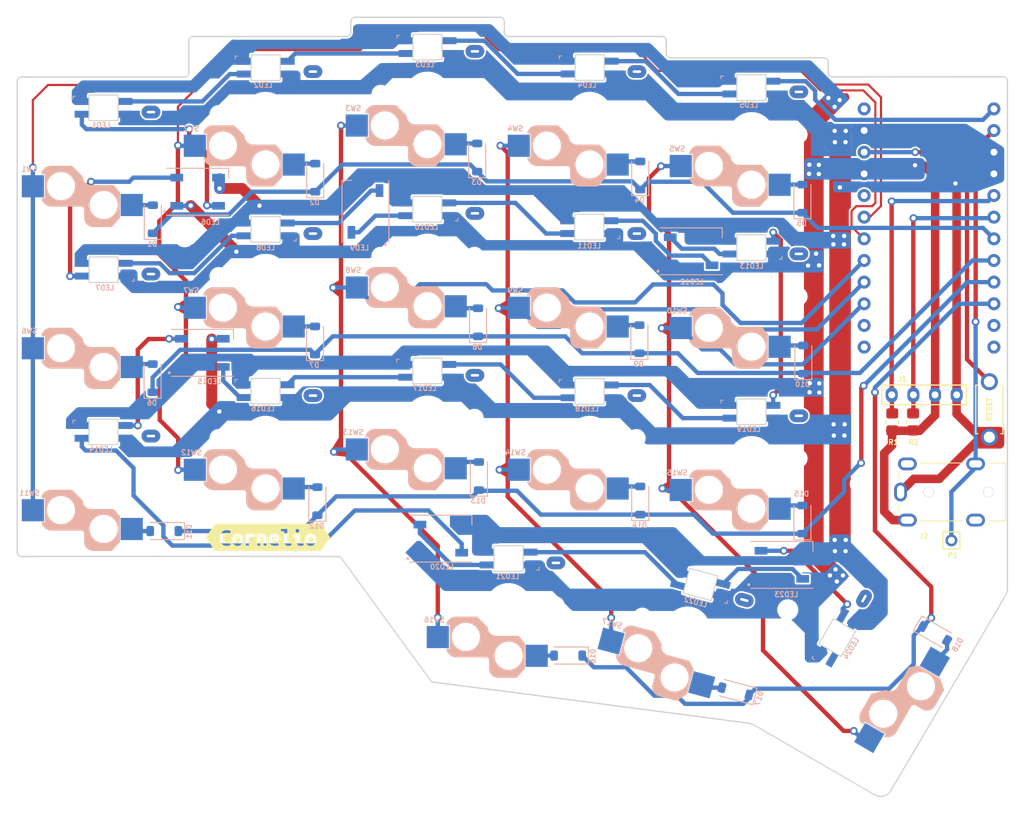
<source format=kicad_pcb>
(kicad_pcb (version 20221018) (generator pcbnew)
  (title_block (title "Corne Chocolate") (date "2024-02-10") (rev "2.4"))
  (layers (0 "F.Cu" signal) (31 "B.Cu" signal) (34 "B.Paste" user) (35 "F.Paste" user) (36 "B.SilkS" user "B.Silkscreen") (37 "F.SilkS" user "F.Silkscreen") (38 "B.Mask" user) (39 "F.Mask" user) (44 "Edge.Cuts" user))
  (net 0 "")
  (net 1 "LVCC")
  (net 2 "Lrow0")
  (net 3 "Lrow1")
  (net 4 "Lrow2")
  (net 5 "Lrow3")
  (net 6 "LGND")
  (net 7 "Ldata")
  (net 8 "LSCL")
  (net 9 "LSDA")
  (net 10 "LLED")
  (net 11 "Lreset")
  (net 18 "Net-(LED1-DOUT)")
  (net 19 "Net-(LED10-DIN)")
  (net 20 "Net-(LED10-DOUT)")
  (net 21 "Net-(LED14-DOUT)")
  (net 22 "Net-(LED22-DOUT)")
  (net 24 "Net-(D9-A)")
  (net 25 "Net-(D8-A)")
  (net 26 "Net-(D6-A)")
  (net 27 "Net-(D5-A)")
  (net 28 "Net-(D4-A)")
  (net 29 "Net-(D3-A)")
  (net 30 "Net-(D2-A)")
  (net 31 "Net-(D18-A)")
  (net 32 "Net-(D17-A)")
  (net 33 "Net-(D16-A)")
  (net 34 "Net-(D15-A)")
  (net 35 "Net-(D14-A)")
  (net 36 "Net-(D12-A)")
  (net 37 "Net-(D11-A)")
  (net 38 "Net-(D10-A)")
  (net 39 "Net-(D7-A)")
  (net 40 "Net-(D13-A)")
  (net 41 "Lcol1")
  (net 42 "Lcol2")
  (net 43 "Lcol3")
  (net 44 "Lcol4")
  (net 45 "Lcol5")
  (net 46 "Net-(LED20-DOUT)")
  (net 47 "Net-(LED21-DOUT)")
  (net 48 "Net-(LED23-DOUT)")
  (net 49 "Net-(LED6-DOUT)")
  (net 50 "Net-(LED7-DOUT)")
  (net 51 "Net-(LED8-DOUT)")
  (net 52 "Net-(LED11-DOUT)")
  (net 53 "Net-(LED12-DOUT)")
  (net 54 "Net-(LED13-DOUT)")
  (net 55 "Net-(D1-A)")
  (net 56 "Net-(LED1-DIN)")
  (net 57 "Net-(LED2-DIN)")
  (net 58 "Net-(LED3-DIN)")
  (net 59 "Net-(LED4-DIN)")
  (net 60 "Net-(LED14-DIN)")
  (net 61 "Net-(LED15-DIN)")
  (net 62 "Net-(LED16-DIN)")
  (net 63 "Net-(LED17-DIN)")
  (net 64 "Net-(LED18-DIN)")
  (footprint "kbd:ChocV1_V2_Hotswap" (layer "F.Cu") (at 39.64381 73.23118)
    (fp_text reference "SW1")
    (fp_text value "SW_PUSH" hide)
  )
  (footprint "kbd:ChocV1_V2_Hotswap" (layer "F.Cu") (at 58.64381 68.48118)
    (fp_text reference "SW2")
    (fp_text value "SW_PUSH" hide)
  )
  (footprint "kbd:ChocV1_V2_Hotswap" (layer "F.Cu") (at 77.64381 66.10618)
    (fp_text reference "SW3")
    (fp_text value "SW_PUSH" hide)
  )
  (footprint "kbd:ChocV1_V2_Hotswap" (layer "F.Cu") (at 96.64381 68.48118)
    (fp_text reference "SW4")
    (fp_text value "SW_PUSH" hide)
  )
  (footprint "kbd:ChocV1_V2_Hotswap" (layer "F.Cu") (at 115.64381 70.85618)
    (fp_text reference "SW5")
    (fp_text value "SW_PUSH" hide)
  )
  (footprint "kbd:ChocV1_V2_Hotswap" (layer "F.Cu") (at 39.64381 92.23118)
    (fp_text reference "SW6")
    (fp_text value "SW_PUSH" hide)
  )
  (footprint "kbd:ChocV1_V2_Hotswap" (layer "F.Cu") (at 58.64381 87.48118)
    (fp_text reference "SW7")
    (fp_text value "SW_PUSH" hide)
  )
  (footprint "kbd:ChocV1_V2_Hotswap" (layer "F.Cu") (at 77.64381 85.10618)
    (fp_text reference "SW8")
    (fp_text value "SW_PUSH" hide)
  )
  (footprint "kbd:ChocV1_V2_Hotswap" (layer "F.Cu") (at 96.64381 87.48118)
    (fp_text reference "SW9")
    (fp_text value "SW_PUSH" hide)
  )
  (footprint "kbd:ChocV1_V2_Hotswap" (layer "F.Cu") (at 115.64381 89.85618)
    (fp_text reference "SW10")
    (fp_text value "SW_PUSH" hide)
  )
  (footprint "kbd:ChocV1_V2_Hotswap" (layer "F.Cu") (at 39.64381 111.23118)
    (fp_text reference "SW11")
    (fp_text value "SW_PUSH" hide)
  )
  (footprint "kbd:ChocV1_V2_Hotswap" (layer "F.Cu") (at 58.64381 106.48118)
    (fp_text reference "SW12")
    (fp_text value "SW_PUSH" hide)
  )
  (footprint "kbd:ChocV1_V2_Hotswap" (layer "F.Cu") (at 77.64381 104.10618)
    (fp_text reference "SW13")
    (fp_text value "SW_PUSH" hide)
  )
  (footprint "kbd:ChocV1_V2_Hotswap" (layer "F.Cu") (at 96.64381 106.48118)
    (fp_text reference "SW14")
    (fp_text value "SW_PUSH" hide)
  )
  (footprint "kbd:ChocV1_V2_Hotswap" (layer "F.Cu") (at 115.64381 108.85618)
    (fp_text reference "SW15")
    (fp_text value "SW_PUSH" hide)
  )
  (footprint "kbd:ChocV1_V2_Hotswap" (layer "F.Cu") (at 87.14381 126.10618)
    (fp_text reference "SW16")
    (fp_text value "SW_PUSH" hide)
  )
  (footprint "kbd:ChocV1_V2_Hotswap" (layer "F.Cu") (at 108.14381 128.85618 -15)
    (fp_text reference "SW17")
    (fp_text value "SW_PUSH" hide)
  )
  (footprint "kbd:OLED_1side" (layer "F.Cu") (at 132.09 101.3968)
    (fp_text reference "J1")
    (fp_text value "Conn_01x04" hide)
  )
  (footprint "kbd:ResetSW_1side" (layer "F.Cu") (at 143.54381 103.10618 90)
    (fp_text reference "RSW1" hide)
    (fp_text value "SW_PUSH" hide)
  )
  (footprint "kbd:ChocV1_V2_Hotswap_1.5u" (layer "F.Cu") (at 130.39381 132.60618 60)
    (fp_text reference "SW18" hide)
    (fp_text value "SW_PUSH" hide)
  )
  (footprint "MountingHole:MountingHole_2.2mm_M2_ISO14580" (layer "F.Cu") (at 142.89881 120.35618)
    (fp_text reference "H2" hide)
    (fp_text value "MountingHole" hide)
  )
  (footprint "MountingHole:MountingHole_2.2mm_M2_ISO14580" (layer "F.Cu") (at 119.89881 126.60618)
    (fp_text reference "H5" hide)
    (fp_text value "MountingHole" hide)
  )
  (footprint "kbd:1pin_conn" (layer "F.Cu") (at 139.0904 118.4656 180)
    (fp_text reference "P1")
    (fp_text value "Conn_01x01" hide)
  )
  (footprint "MountingHole:MountingHole_2.2mm_M2_ISO14580" (layer "F.Cu") (at 73.39881 118.85618)
    (fp_text reference "H4" hide)
    (fp_text value "MountingHole" hide)
  )
  (footprint "kibuzzard-65BBD98A" (layer "F.Cu") (at 58.928 118.11)
    (fp_text reference "kibuzzard-65BBD98A" hide)
    (fp_text value "G***" hide)
  )
  (footprint "kbd:ProMicro_v2_1side" (layer "F.Cu") (at 136.41921 82.33078)
    (fp_text reference "U1" hide)
    (fp_text value "ProMicro" hide)
  )
  (footprint "MountingHole:MountingHole_2.2mm_M2_ISO14580" (layer "F.Cu") (at 128.39881 111.85618)
    (fp_text reference "H1" hide)
    (fp_text value "MountingHole" hide)
  )
  (footprint "kbd:R_0805_2012Metric_Pad1.20x1.40mm_HandSolder" (layer "F.Cu") (at 134.5946 104.57 90)
    (fp_text reference "R2")
    (fp_text value "R")
  )
  (footprint "MountingHole:MountingHole_2.2mm_M2_ISO14580" (layer "F.Cu") (at 106.14881 79.10618)
    (fp_text reference "H6" hide)
    (fp_text value "MountingHole" hide)
  )
  (footprint "MountingHole:MountingHole_2.2mm_M2_ISO14580" (layer "F.Cu") (at 49.14881 101.85618)
    (fp_text reference "H3" hide)
    (fp_text value "MountingHole" hide)
  )
  (footprint "kbd:54-00174_TEN" (layer "F.Cu") (at 145.4293 112.79308 -90)
    (fp_text reference "J2")
    (fp_text value "54-00174" hide)
  )
  (footprint "MountingHole:MountingHole_2.2mm_M2_ISO14580" (layer "F.Cu") (at 49.14881 82.85618)
    (fp_text reference "H7" hide)
    (fp_text value "MountingHole" hide)
  )
  (footprint "kbd:R_0805_2012Metric_Pad1.20x1.40mm_HandSolder" (layer "F.Cu") (at 132.1562 104.57 90)
    (fp_text reference "R1")
    (fp_text value "R")
  )
  (footprint "kbd:D_SOD-123" (layer "B.Cu") (at 64.4652 75.9206 90)
    (fp_text reference "D2")
    (fp_text value "1N4148W")
  )
  (footprint "kbd:D_SOD-123" (layer "B.Cu") (at 83.4644 73.5584 90)
    (fp_text reference "D3")
    (fp_text value "1N4148W")
  )
  (footprint "kbd:D_SOD-123" (layer "B.Cu") (at 102.5906 75.6666 90)
    (fp_text reference "D4")
    (fp_text value "1N4148W")
  )
  (footprint "kbd:D_SOD-123" (layer "B.Cu") (at 121.6152 78.3844 90)
    (fp_text reference "D5")
    (fp_text value "1N4148W")
  )
  (footprint "kbd:D_SOD-123" (layer "B.Cu") (at 45.3898 99.441 90)
    (fp_text reference "D6")
    (fp_text value "1N4148W")
  )
  (footprint "kbd:D_SOD-123" (layer "B.Cu") (at 64.4398 95.0214 90)
    (fp_text reference "D7")
    (fp_text value "1N4148W")
  )
  (footprint "kbd:D_SOD-123" (layer "B.Cu") (at 83.566 92.8878 90)
    (fp_text reference "D8")
    (fp_text value "1N4148W")
  )
  (footprint "kbd:D_SOD-123" (layer "B.Cu") (at 102.489 94.869 90)
    (fp_text reference "D9")
    (fp_text value "1N4148W")
  )
  (footprint "kbd:D_SOD-123" (layer "B.Cu") (at 121.7168 97.2566 90)
    (fp_text reference "D10")
    (fp_text value "1N4148W")
  )
  (footprint "kbd:D_SOD-123" (layer "B.Cu") (at 46.7614 117.3734 180)
    (fp_text reference "D11")
    (fp_text value "1N4148W")
  )
  (footprint "kbd:D_SOD-123" (layer "B.Cu") (at 64.7192 113.8692 90)
    (fp_text reference "D12")
    (fp_text value "1N4148W")
  )
  (footprint "kbd:D_SOD-123" (layer "B.Cu") (at 83.6676 110.9218 90)
    (fp_text reference "D13")
    (fp_text value "1N4148W")
  )
  (footprint "kbd:D_SOD-123" (layer "B.Cu") (at 102.5906 113.792 90)
    (fp_text reference "D14")
    (fp_text value "1N4148W")
  )
  (footprint "kbd:D_SOD-123" (layer "B.Cu") (at 121.6152 116.0272 90)
    (fp_text reference "D15")
    (fp_text value "1N4148W")
  )
  (footprint "kbd:D_SOD-123" (layer "B.Cu") (at 94.1324 131.9784 180)
    (fp_text reference "D16")
    (fp_text value "1N4148W")
  )
  (footprint "kbd:D_SOD-123" (layer "B.Cu") (at 113.7666 136.1694 165)
    (fp_text reference "D17")
    (fp_text value "1N4148W")
  )
  (footprint "kbd:D_SOD-123" (layer "B.Cu") (at 137.16 129.3876 -30)
    (fp_text reference "D18")
    (fp_text value "1N4148W")
  )
  (footprint "kbd:LED_SK6812-MINI-E" (layer "B.Cu") (at 109.6518 123.639725 -15)
    (fp_text reference "LED22")
    (fp_text value "YS-SK6812MINI-E" hide)
    (fp_line (start -1.7 -1.5) (end 1.7 -1.5) (stroke (width 0.12)) (layer "Edge.Cuts"))
    (fp_line (start -1.7 1.5) (end -1.7 -1.5) (stroke (width 0.12)) (layer "Edge.Cuts"))
    (fp_line (start 1.7 -1.5) (end 1.7 1.5) (stroke (width 0.12)) (layer "Edge.Cuts"))
    (fp_line (start 1.7 1.5) (end -1.7 1.5) (stroke (width 0.12)) (layer "Edge.Cuts"))
  )
  (footprint "kbd:LED_SK6812-MINI-E" (layer "B.Cu") (at 58.6486 81.9912)
    (fp_text reference "LED8")
    (fp_text value "YS-SK6812MINI-E" hide)
    (fp_line (start -1.7 -1.5) (end 1.7 -1.5) (stroke (width 0.12)) (layer "Edge.Cuts"))
    (fp_line (start -1.7 1.5) (end -1.7 -1.5) (stroke (width 0.12)) (layer "Edge.Cuts"))
    (fp_line (start 1.7 -1.5) (end 1.7 1.5) (stroke (width 0.12)) (layer "Edge.Cuts"))
    (fp_line (start 1.7 1.5) (end -1.7 1.5) (stroke (width 0.12)) (layer "Edge.Cuts"))
  )
  (footprint "kbd:LED_WS2812B_PLCC4_5.0x5.0mm_P3.2mm" (layer "B.Cu") (at 70.358 79.8842 90)
    (fp_text reference "LED9")
    (fp_text value "WS2812B")
  )
  (footprint "kbd:LED_SK6812-MINI-E" (layer "B.Cu") (at 115.6349 65.3542 180)
    (fp_text reference "LED5")
    (fp_text value "YS-SK6812MINI-E" hide)
    (fp_line (start -1.7 -1.5) (end 1.7 -1.5) (stroke (width 0.12)) (layer "Edge.Cuts"))
    (fp_line (start -1.7 1.5) (end -1.7 -1.5) (stroke (width 0.12)) (layer "Edge.Cuts"))
    (fp_line (start 1.7 -1.5) (end 1.7 1.5) (stroke (width 0.12)) (layer "Edge.Cuts"))
    (fp_line (start 1.7 1.5) (end -1.7 1.5) (stroke (width 0.12)) (layer "Edge.Cuts"))
  )
  (footprint "kbd:D_SOD-123" (layer "B.Cu") (at 45.4152 80.7974 90)
    (fp_text reference "D1")
    (fp_text value "1N4148W")
  )
  (footprint "kbd:LED_WS2812B_PLCC4_5.0x5.0mm_P3.2mm" (layer "B.Cu") (at 79.1972 118.2624)
    (fp_text reference "LED20")
    (fp_text value "WS2812B")
  )
  (footprint "kbd:LED_SK6812-MINI-E" (layer "B.Cu") (at 87.1474 120.5992)
    (fp_text reference "LED21")
    (fp_text value "YS-SK6812MINI-E" hide)
    (fp_line (start -1.7 -1.5) (end 1.7 -1.5) (stroke (width 0.12)) (layer "Edge.Cuts"))
    (fp_line (start -1.7 1.5) (end -1.7 -1.5) (stroke (width 0.12)) (layer "Edge.Cuts"))
    (fp_line (start 1.7 -1.5) (end 1.7 1.5) (stroke (width 0.12)) (layer "Edge.Cuts"))
    (fp_line (start 1.7 1.5) (end -1.7 1.5) (stroke (width 0.12)) (layer "Edge.Cuts"))
  )
  (footprint "kbd:LED_SK6812-MINI-E" (layer "B.Cu") (at 125.709577 129.8702 -120)
    (fp_text reference "LED24")
    (fp_text value "YS-SK6812MINI-E" hide)
    (fp_line (start -1.7 -1.5) (end 1.7 -1.5) (stroke (width 0.12)) (layer "Edge.Cuts"))
    (fp_line (start -1.7 1.5) (end -1.7 -1.5) (stroke (width 0.12)) (layer "Edge.Cuts"))
    (fp_line (start 1.7 -1.5) (end 1.7 1.5) (stroke (width 0.12)) (layer "Edge.Cuts"))
    (fp_line (start 1.7 1.5) (end -1.7 1.5) (stroke (width 0.12)) (layer "Edge.Cuts"))
  )
  (footprint "kbd:LED_SK6812-MINI-E" (layer "B.Cu") (at 39.6494 86.7156)
    (fp_text reference "LED7")
    (fp_text value "YS-SK6812MINI-E" hide)
    (fp_line (start -1.7 -1.5) (end 1.7 -1.5) (stroke (width 0.12)) (layer "Edge.Cuts"))
    (fp_line (start -1.7 1.5) (end -1.7 -1.5) (stroke (width 0.12)) (layer "Edge.Cuts"))
    (fp_line (start 1.7 -1.5) (end 1.7 1.5) (stroke (width 0.12)) (layer "Edge.Cuts"))
    (fp_line (start 1.7 1.5) (end -1.7 1.5) (stroke (width 0.12)) (layer "Edge.Cuts"))
  )
  (footprint "kbd:LED_SK6812-MINI-E" (layer "B.Cu") (at 96.6611 63.004 180)
    (fp_text reference "LED4")
    (fp_text value "YS-SK6812MINI-E" hide)
    (fp_line (start -1.7 -1.5) (end 1.7 -1.5) (stroke (width 0.12)) (layer "Edge.Cuts"))
    (fp_line (start -1.7 1.5) (end -1.7 -1.5) (stroke (width 0.12)) (layer "Edge.Cuts"))
    (fp_line (start 1.7 -1.5) (end 1.7 1.5) (stroke (width 0.12)) (layer "Edge.Cuts"))
    (fp_line (start 1.7 1.5) (end -1.7 1.5) (stroke (width 0.12)) (layer "Edge.Cuts"))
  )
  (footprint "kbd:LED_SK6812-MINI-E" (layer "B.Cu") (at 39.6381 105.7402 180)
    (fp_text reference "LED14")
    (fp_text value "YS-SK6812MINI-E" hide)
    (fp_line (start -1.7 -1.5) (end 1.7 -1.5) (stroke (width 0.12)) (layer "Edge.Cuts"))
    (fp_line (start -1.7 1.5) (end -1.7 -1.5) (stroke (width 0.12)) (layer "Edge.Cuts"))
    (fp_line (start 1.7 -1.5) (end 1.7 1.5) (stroke (width 0.12)) (layer "Edge.Cuts"))
    (fp_line (start 1.7 1.5) (end -1.7 1.5) (stroke (width 0.12)) (layer "Edge.Cuts"))
  )
  (footprint "kbd:LED_SK6812-MINI-E" (layer "B.Cu") (at 115.6362 84.1248)
    (fp_text reference "LED13")
    (fp_text value "YS-SK6812MINI-E" hide)
    (fp_line (start -1.7 -1.5) (end 1.7 -1.5) (stroke (width 0.12)) (layer "Edge.Cuts"))
    (fp_line (start -1.7 1.5) (end -1.7 -1.5) (stroke (width 0.12)) (layer "Edge.Cuts"))
    (fp_line (start 1.7 -1.5) (end 1.7 1.5) (stroke (width 0.12)) (layer "Edge.Cuts"))
    (fp_line (start 1.7 1.5) (end -1.7 1.5) (stroke (width 0.12)) (layer "Edge.Cuts"))
  )
  (footprint "kbd:LED_WS2812B_PLCC4_5.0x5.0mm_P3.2mm" (layer "B.Cu") (at 108.5596 84.5566)
    (fp_text reference "LED12")
    (fp_text value "WS2812B")
  )
  (footprint "kbd:LED_SK6812-MINI-E" (layer "B.Cu") (at 77.6111 79.629)
    (fp_text reference "LED10")
    (fp_text value "YS-SK6812MINI-E" hide)
    (fp_line (start -1.7 -1.5) (end 1.7 -1.5) (stroke (width 0.12)) (layer "Edge.Cuts"))
    (fp_line (start -1.7 1.5) (end -1.7 -1.5) (stroke (width 0.12)) (layer "Edge.Cuts"))
    (fp_line (start 1.7 -1.5) (end 1.7 1.5) (stroke (width 0.12)) (layer "Edge.Cuts"))
    (fp_line (start 1.7 1.5) (end -1.7 1.5) (stroke (width 0.12)) (layer "Edge.Cuts"))
  )
  (footprint "kbd:LED_SK6812-MINI-E" (layer "B.Cu") (at 39.6394 67.7284 180)
    (fp_text reference "LED1")
    (fp_text value "YS-SK6812MINI-E" hide)
    (fp_line (start -1.7 -1.5) (end 1.7 -1.5) (stroke (width 0.12)) (layer "Edge.Cuts"))
    (fp_line (start -1.7 1.5) (end -1.7 -1.5) (stroke (width 0.12)) (layer "Edge.Cuts"))
    (fp_line (start 1.7 -1.5) (end 1.7 1.5) (stroke (width 0.12)) (layer "Edge.Cuts"))
    (fp_line (start 1.7 1.5) (end -1.7 1.5) (stroke (width 0.12)) (layer "Edge.Cuts"))
  )
  (footprint "kbd:LED_SK6812-MINI-E" (layer "B.Cu") (at 58.6373 100.965 180)
    (fp_text reference "LED16")
    (fp_text value "YS-SK6812MINI-E" hide)
    (fp_line (start -1.7 -1.5) (end 1.7 -1.5) (stroke (width 0.12)) (layer "Edge.Cuts"))
    (fp_line (start -1.7 1.5) (end -1.7 -1.5) (stroke (width 0.12)) (layer "Edge.Cuts"))
    (fp_line (start 1.7 -1.5) (end 1.7 1.5) (stroke (width 0.12)) (layer "Edge.Cuts"))
    (fp_line (start 1.7 1.5) (end -1.7 1.5) (stroke (width 0.12)) (layer "Edge.Cuts"))
  )
  (footprint "kbd:LED_SK6812-MINI-E" (layer "B.Cu") (at 115.6349 103.378 180)
    (fp_text reference "LED19")
    (fp_text value "YS-SK6812MINI-E" hide)
    (fp_line (start -1.7 -1.5) (end 1.7 -1.5) (stroke (width 0.12)) (layer "Edge.Cuts"))
    (fp_line (start -1.7 1.5) (end -1.7 -1.5) (stroke (width 0.12)) (layer "Edge.Cuts"))
    (fp_line (start 1.7 -1.5) (end 1.7 1.5) (stroke (width 0.12)) (layer "Edge.Cuts"))
    (fp_line (start 1.7 1.5) (end -1.7 1.5) (stroke (width 0.12)) (layer "Edge.Cuts"))
  )
  (footprint "kbd:LED_SK6812-MINI-E" (layer "B.Cu") (at 77.6111 98.5774 180)
    (fp_text reference "LED17")
    (fp_text value "YS-SK6812MINI-E" hide)
    (fp_line (start -1.7 -1.5) (end 1.7 -1.5) (stroke (width 0.12)) (layer "Edge.Cuts"))
    (fp_line (start -1.7 1.5) (end -1.7 -1.5) (stroke (width 0.12)) (layer "Edge.Cuts"))
    (fp_line (start 1.7 -1.5) (end 1.7 1.5) (stroke (width 0.12)) (layer "Edge.Cuts"))
    (fp_line (start 1.7 1.5) (end -1.7 1.5) (stroke (width 0.12)) (layer "Edge.Cuts"))
  )
  (footprint "kbd:LED_SK6812-MINI-E" (layer "B.Cu") (at 58.6627 63.0174 180)
    (fp_text reference "LED2")
    (fp_text value "YS-SK6812MINI-E" hide)
    (fp_line (start -1.7 -1.5) (end 1.7 -1.5) (stroke (width 0.12)) (layer "Edge.Cuts"))
    (fp_line (start -1.7 1.5) (end -1.7 -1.5) (stroke (width 0.12)) (layer "Edge.Cuts"))
    (fp_line (start 1.7 -1.5) (end 1.7 1.5) (stroke (width 0.12)) (layer "Edge.Cuts"))
    (fp_line (start 1.7 1.5) (end -1.7 1.5) (stroke (width 0.12)) (layer "Edge.Cuts"))
  )
  (footprint "kbd:LED_WS2812B_PLCC4_5.0x5.0mm_P3.2mm" (layer "B.Cu") (at 119.2022 121.3358)
    (fp_text reference "LED23")
    (fp_text value "WS2812B")
  )
  (footprint "kbd:LED_SK6812-MINI-E" (layer "B.Cu") (at 96.647 100.9904 180)
    (fp_text reference "LED18")
    (fp_text value "YS-SK6812MINI-E" hide)
    (fp_line (start -1.7 -1.5) (end 1.7 -1.5) (stroke (width 0.12)) (layer "Edge.Cuts"))
    (fp_line (start -1.7 1.5) (end -1.7 -1.5) (stroke (width 0.12)) (layer "Edge.Cuts"))
    (fp_line (start 1.7 -1.5) (end 1.7 1.5) (stroke (width 0.12)) (layer "Edge.Cuts"))
    (fp_line (start 1.7 1.5) (end -1.7 1.5) (stroke (width 0.12)) (layer "Edge.Cuts"))
  )
  (footprint "kbd:LED_SK6812-MINI-E" (layer "B.Cu") (at 77.6365 60.6044 180)
    (fp_text reference "LED3")
    (fp_text value "YS-SK6812MINI-E" hide)
    (fp_line (start -1.7 -1.5) (end 1.7 -1.5) (stroke (width 0.12)) (layer "Edge.Cuts"))
    (fp_line (start -1.7 1.5) (end -1.7 -1.5) (stroke (width 0.12)) (layer "Edge.Cuts"))
    (fp_line (start 1.7 -1.5) (end 1.7 1.5) (stroke (width 0.12)) (layer "Edge.Cuts"))
    (fp_line (start 1.7 1.5) (end -1.7 1.5) (stroke (width 0.12)) (layer "Edge.Cuts"))
  )
  (footprint "kbd:LED_SK6812-MINI-E" (layer "B.Cu") (at 96.6075 81.7238)
    (fp_text reference "LED11")
    (fp_text value "YS-SK6812MINI-E" hide)
    (fp_line (start -1.7 -1.5) (end 1.7 -1.5) (stroke (width 0.12)) (layer "Edge.Cuts"))
    (fp_line (start -1.7 1.5) (end -1.7 -1.5) (stroke (width 0.12)) (layer "Edge.Cuts"))
    (fp_line (start 1.7 -1.5) (end 1.7 1.5) (stroke (width 0.12)) (layer "Edge.Cuts"))
    (fp_line (start 1.7 1.5) (end -1.7 1.5) (stroke (width 0.12)) (layer "Edge.Cuts"))
  )
  (footprint "kbd:LED_WS2812B_PLCC4_5.0x5.0mm_P3.2mm" (layer "B.Cu") (at 51.2306 96.4692)
    (fp_text reference "LED15")
    (fp_text value "WS2812B")
  )
  (footprint "kbd:LED_WS2812B_PLCC4_5.0x5.0mm_P3.2mm" (layer "B.Cu") (at 50.673 77.5716)
    (fp_text reference "LED6")
    (fp_text value "WS2812B")
  )
  (gr_line (start 105.14381 59.35618) (end 99.5454 59.35618) (stroke (width 0.15)) (layer "Edge.Cuts"))
  (gr_line (start 145.66141 64.58498) (end 145.66141 124.05998) (stroke (width 0.15)) (layer "Edge.Cuts"))
  (gr_line (start 52.08 120.35) (end 67.14381 120.35618) (stroke (width 0.15)) (layer "Edge.Cuts"))
  (gr_line (start 105.64381 61.35618) (end 105.64381 59.85618) (stroke (width 0.15)) (layer "Edge.Cuts"))
  (gr_arc (start 145.66141 124.05998) (mid 145.606631 124.511649) (end 145.434174 124.932676) (stroke (width 0.15)) (layer "Edge.Cuts"))
  (gr_line (start 86.64381 58.85618) (end 86.64381 57.60618) (stroke (width 0.15)) (layer "Edge.Cuts"))
  (gr_line (start 93.5454 59.3598) (end 87.14381 59.3598) (stroke (width 0.15)) (layer "Edge.Cuts"))
  (gr_arc (start 145.16141 64.08498) (mid 145.514963 64.231427) (end 145.66141 64.58498) (stroke (width 0.15)) (layer "Edge.Cuts"))
  (gr_line (start 46.08 120.35) (end 52.08 120.35) (stroke (width 0.15)) (layer "Edge.Cuts"))
  (gr_arc (start 30.016763 120.357027) (mid 29.663223 120.210567) (end 29.516763 119.857027) (stroke (width 0.15)) (layer "Edge.Cuts"))
  (gr_line (start 55.547 59.3598) (end 50.14381 59.3598) (stroke (width 0.15)) (layer "Edge.Cuts"))
  (gr_line (start 73.856881 129.235373) (end 70.33017 124.381271) (stroke (width 0.15)) (layer "Edge.Cuts"))
  (gr_line (start 139.950171 134.303805) (end 136.904941 139.47358) (stroke (width 0.15)) (layer "Edge.Cuts"))
  (gr_line (start 69.14381 57.10618) (end 86.14381 57.10618) (stroke (width 0.15)) (layer "Edge.Cuts"))
  (gr_arc (start 49.64381 59.85618) (mid 49.790257 59.502627) (end 50.14381 59.35618) (stroke (width 0.15)) (layer "Edge.Cuts"))
  (gr_line (start 100.670124 137.994411) (end 115.064365 139.876524) (stroke (width 0.15)) (layer "Edge.Cuts"))
  (gr_line (start 49.14381 64.10618) (end 31.03481 64.10618) (stroke (width 0.15)) (layer "Edge.Cuts"))
  (gr_arc (start 78.39381 135.10618) (mid 78.202468 135.06812) (end 78.040257 134.959733) (stroke (width 0.15)) (layer "Edge.Cuts"))
  (gr_line (start 124.14381 61.85618) (end 106.14381 61.85618) (stroke (width 0.15)) (layer "Edge.Cuts"))
  (gr_line (start 115.71881 140.00618) (end 130.013061 148.267136) (stroke (width 0.15)) (layer "Edge.Cuts"))
  (gr_line (start 61.547 59.3598) (end 68.14381 59.3598) (stroke (width 0.15)) (layer "Edge.Cuts"))
  (gr_arc (start 49.64381 63.60618) (mid 49.497363 63.959733) (end 49.14381 64.10618) (stroke (width 0.15)) (layer "Edge.Cuts"))
  (gr_line (start 131.941073 147.887645) (end 136.904941 139.47358) (stroke (width 0.15)) (layer "Edge.Cuts"))
  (gr_line (start 67.497363 120.502627) (end 70.33017 124.381271) (stroke (width 0.15)) (layer "Edge.Cuts"))
  (gr_line (start 73.856881 129.235373) (end 78.040257 134.959733) (stroke (width 0.15)) (layer "Edge.Cuts"))
  (gr_line (start 29.51081 64.60998) (end 29.51081 119.39778) (stroke (width 0.15)) (layer "Edge.Cuts"))
  (gr_arc (start 131.941073 147.887645) (mid 131.055869 148.477806) (end 130.013061 148.267136) (stroke (width 0.15)) (layer "Edge.Cuts"))
  (gr_arc (start 106.14381 61.85618) (mid 105.790257 61.709733) (end 105.64381 61.35618) (stroke (width 0.15)) (layer "Edge.Cuts"))
  (gr_line (start 29.51081 119.39778) (end 29.51081 119.857027) (stroke (width 0.15)) (layer "Edge.Cuts"))
  (gr_line (start 78.39381 135.10618) (end 94.721455 137.211254) (stroke (width 0.15)) (layer "Edge.Cuts"))
  (gr_line (start 100.670124 137.994411) (end 94.721455 137.211254) (stroke (width 0.15)) (layer "Edge.Cuts"))
  (gr_arc (start 86.14381 57.10618) (mid 86.497363 57.252627) (end 86.64381 57.60618) (stroke (width 0.15)) (layer "Edge.Cuts"))
  (gr_line (start 68.64381 57.60618) (end 68.64381 58.85618) (stroke (width 0.15)) (layer "Edge.Cuts"))
  (gr_line (start 30.37441 120.35618) (end 46.08 120.35) (stroke (width 0.15)) (layer "Edge.Cuts"))
  (gr_arc (start 124.14381 61.85618) (mid 124.497363 62.002627) (end 124.64381 62.35618) (stroke (width 0.15)) (layer "Edge.Cuts"))
  (gr_line (start 139.950171 134.303805) (end 145.434174 124.932676) (stroke (width 0.15)) (layer "Edge.Cuts"))
  (gr_arc (start 105.14381 59.35618) (mid 105.497363 59.502627) (end 105.64381 59.85618) (stroke (width 0.15)) (layer "Edge.Cuts"))
  (gr_line (start 49.64381 59.85618) (end 49.64381 63.60618) (stroke (width 0.15)) (layer "Edge.Cuts"))
  (gr_line (start 30.37441 120.35618) (end 30.016763 120.35618) (stroke (width 0.15)) (layer "Edge.Cuts"))
  (gr_arc (start 68.64381 58.85618) (mid 68.497363 59.209733) (end 68.14381 59.35618) (stroke (width 0.15)) (layer "Edge.Cuts"))
  (gr_line (start 93.5454 59.3598) (end 99.5454 59.3598) (stroke (width 0.15)) (layer "Edge.Cuts"))
  (gr_arc (start 115.064365 139.876524) (mid 115.394762 139.925327) (end 115.71881 140.00618) (stroke (width 0.15)) (layer "Edge.Cuts"))
  (gr_arc (start 67.14381 120.35618) (mid 67.335152 120.39424) (end 67.497363 120.502627) (stroke (width 0.15)) (layer "Edge.Cuts"))
  (gr_arc (start 87.14381 59.35618) (mid 86.790257 59.209733) (end 86.64381 58.85618) (stroke (width 0.15)) (layer "Edge.Cuts"))
  (gr_line (start 52.08 120.35) (end 67.14381 120.35618) (stroke (width 0.15)) (layer "Edge.Cuts"))
  (gr_line (start 55.547 59.3598) (end 61.547 59.3598) (stroke (width 0.15)) (layer "Edge.Cuts"))
  (gr_line (start 31.03481 64.10618) (end 30.01081 64.10618) (stroke (width 0.15)) (layer "Edge.Cuts"))
  (gr_arc (start 29.51081 64.60998) (mid 29.657257 64.256427) (end 30.01081 64.10998) (stroke (width 0.15)) (layer "Edge.Cuts"))
  (gr_arc (start 125.14381 64.10618) (mid 124.790257 63.959733) (end 124.64381 63.60618) (stroke (width 0.15)) (layer "Edge.Cuts"))
  (gr_line (start 124.64381 62.35618) (end 124.64381 63.60618) (stroke (width 0.15)) (layer "Edge.Cuts"))
  (gr_arc (start 68.64381 57.60618) (mid 68.790257 57.252627) (end 69.14381 57.10618) (stroke (width 0.15)) (layer "Edge.Cuts"))
  (gr_line (start 31.03481 64.10618) (end 30.01081 64.10618) (stroke (width 0.15)) (layer "Edge.Cuts"))
  (gr_line (start 145.16141 64.08498) (end 125.14381 64.10618) (stroke (width 0.15)) (layer "Edge.Cuts"))
  (gr_line (start 30.37441 120.35618) (end 30.016763 120.35618) (stroke (width 0.15)) (layer "Edge.Cuts"))
  (segment (start 134.8232 74.46518) (end 135.80981 74.46518) (width 1) (layer "F.Cu") (net 1))
  (segment (start 122.9106 85.9822) (end 123.0376 85.8552) (width 0.508) (layer "F.Cu") (net 1))
  (segment (start 131.21 108.2358) (end 131.21 115.081) (width 1) (layer "F.Cu") (net 1))
  (segment (start 123.0376 86.1092) (end 122.9106 85.9822) (width 0.508) (layer "F.Cu") (net 1))
  (segment (start 137.1854 103.7844) (end 135.3598 105.61) (width 1) (layer "F.Cu") (net 1))
  (segment (start 132.1308 107.315) (end 131.21 108.2358) (width 1) (layer "F.Cu") (net 1))
  (segment (start 123.0376 75.6412) (end 123.0884 75.5904) (width 0.508) (layer "F.Cu") (net 1))
  (segment (start 135.3598 105.61) (end 131.93 105.61) (width 1) (layer "F.Cu") (net 1))
  (segment (start 131.93 105.61) (end 132.1308 105.8108) (width 1) (layer "F.Cu") (net 1))
  (segment (start 123.0376 120.3452) (end 125.6792 122.9868) (width 0.508) (layer "F.Cu") (net 1))
  (segment (start 123.0376 100.4094) (end 123.0376 86.1092) (width 0.508) (layer "F.Cu") (net 1))
  (segment (start 137.1854 75.84077) (end 137.1854 103.7844) (width 1) (layer "F.Cu") (net 1))
  (segment (start 123.0884 69.723) (end 125.984 66.8274) (width 0.508) (layer "F.Cu") (net 1))
  (segment (start 132.22208 116.09308) (end 133.9293 116.09308) (width 1) (layer "F.Cu") (net 1))
  (segment (start 134.74301 74.46518) (end 134.8232 74.46518) (width 1) (layer "F.Cu") (net 1))
  (segment (start 49.8602 79.1972) (end 55.26318 84.60018) (width 1.27) (layer "F.Cu") (net 1))
  (segment (start 131.21 115.081) (end 132.22208 116.09308) (width 1) (layer "F.Cu") (net 1))
  (segment (start 55.26318 84.60018) (end 55.2196 84.60018) (width 0.508) (layer "F.Cu") (net 1))
  (segment (start 135.80981 74.46518) (end 137.1854 75.84077) (width 1) (layer "F.Cu") (net 1))
  (segment (start 123.0376 85.8552) (end 123.0376 75.6412) (width 0.508) (layer "F.Cu") (net 1))
  (segment (start 123.0884 75.5904) (end 123.0884 69.723) (width 0.508) (layer "F.Cu") (net 1))
  (segment (start 123.0376 100.4094) (end 123.0376 120.3452) (width 0.508) (layer "F.Cu") (net 1))
  (segment (start 132.1308 105.8108) (end 132.1308 107.315) (width 1) (layer "F.Cu") (net 1))
  (via (at 124.841 122.5804) (size 0.9144) (drill 0.508) (layers "F.Cu" "B.Cu") (net 1))
  (via (at 123.571 86.2076) (size 0.9144) (drill 0.508) (layers "F.Cu" "B.Cu") (net 1))
  (via (at 123.5456 75.4888) (size 0.9144) (drill 0.508) (layers "F.Cu" "B.Cu") (net 1))
  (via (at 122.2756 86.233) (size 0.9144) (drill 0.508) (layers "F.Cu" "B.Cu") (net 1))
  (via (at 125.3998 67.6148) (size 0.9144) (drill 0.508) (layers "F.Cu" "B.Cu") (net 1))
  (via (at 55.2196 84.60018) (size 0.9144) (drill 0.508) (layers "F.Cu" "B.Cu") (net 1))
  (via (at 122.428 74.3966) (size 0.9144) (drill 0.508) (layers "F.Cu" "B.Cu") (net 1))
  (via (at 122.4534 101.092) (size 0.9144) (drill 0.508) (layers "F.Cu" "B.Cu") (net 1))
  (via (at 124.6632 66.5734) (size 0.9144) (drill 0.508) (layers "F.Cu" "B.Cu") (net 1))
  (via (at 122.4026 75.4634) (size 0.9144) (drill 0.508) (layers "F.Cu" "B.Cu") (net 1))
  (via (at 126.365 122.5804) (size 0.9144) (drill 0.508) (layers "F.Cu" "B.Cu") (net 1))
  (via (at 123.5456 74.422) (size 0.9144) (drill 0.508) (layers "F.Cu" "B.Cu") (net 1))
  (via (at 125.984 66.8274) (size 0.9144) (drill 0.508) (layers "F.Cu" "B.Cu") (net 1))
  (via (at 122.4788 100.0252) (size 0.9144) (drill 0.508) (layers "F.Cu" "B.Cu") (net 1))
  (via (at 49.8602 79.1972) (size 0.9144) (drill 0.508) (layers "F.Cu" "B.Cu") (net 1))
  (via (at 125.6538 123.2916) (size 0.9144) (drill 0.508) (layers "F.Cu" "B.Cu") (net 1))
  (via (at 123.5964 101.1174) (size 0.9144) (drill 0.508) (layers "F.Cu" "B.Cu") (net 1))
  (via (at 125.5014 121.8692) (size 0.9144) (drill 0.508) (layers "F.Cu" "B.Cu") (net 1))
  (via (at 134.8232 74.46518) (size 0.9144) (drill 0.508) (layers "F.Cu" "B.Cu") (net 1))
  (via (at 123.5964 100.0506) (size 0.9144) (drill 0.508) (layers "F.Cu" "B.Cu") (net 1))
  (via (at 123.2154 84.836) (size 0.9144) (drill 0.508) (layers "F.Cu" "B.Cu") (net 1))
  (segment (start 113.0849 102.0391) (end 111.5568 100.511) (width 0.508) (layer "B.Cu") (net 1))
  (segment (start 122.936 100.511) (end 111.5568 100.511) (width 0.508) (layer "B.Cu") (net 1))
  (segment (start 70.00962 84.60018) (end 59.7408 84.60018) (width 0.508) (layer "B.Cu") (net 1))
  (segment (start 55.2196 84.60018) (end 53.80442 84.60018) (width 0.508) (layer "B.Cu") (net 1))
  (segment (start 113.0849 64.6042) (end 107.2508 64.6042) (width 0.508) (layer "B.Cu") (net 1))
  (segment (start 59.7408 84.60018) (end 55.2196 84.60018) (width 0.508) (layer "B.Cu") (net 1))
  (segment (start 125.6792 122.9868) (end 124.6886 123.9774) (width 0.508) (layer "B.Cu") (net 1))
  (segment (start 123.20602 75.47278) (end 128.85561 75.47278) (width 0.5) (layer "B.Cu") (net 1))
  (segment (start 113.2572 86.1328) (end 111.6838 87.7062) (width 0.508) (layer "B.Cu") (net 1))
  (segment (start 94.097 100.2404) (end 94.097 99.5834) (width 0.508) (layer "B.Cu") (net 1))
  (segment (start 68.1902 60.4012) (end 56.9976 60.4012) (width 0.508) (layer "B.Cu") (net 1))
  (segment (start 80.6704 82.22518) (end 72.38462 82.22518) (width 0.508) (layer "B.Cu") (net 1))
  (segment (start 92.456 122.936) (end 90.7542 122.936) (width 0.508) (layer "B.Cu") (net 1))
  (segment (start 122.809 130.727507) (end 123.785058 131.703565) (width 0.508) (layer "B.Cu") (net 1))
  (segment (start 37.084 66.973) (end 37.0894 66.9784) (width 0.508) (layer "B.Cu") (net 1))
  (segment (start 94.1111 62.254) (end 94.1111 61.5147) (width 0.508) (layer "B.Cu") (net 1))
  (segment (start 113.0849 102.628) (end 113.0849 102.0391) (width 0.508) (layer "B.Cu") (net 1))
  (segment (start 109.8042 126.1364) (end 109.475142 125.807342) (width 0.508) (layer "B.Cu") (net 1))
  (segment (start 75.0611 96.9731) (end 75.0611 97.8274) (width 0.508) (layer "B.Cu") (net 1))
  (segment (start 129.86321 74.46518) (end 128.85561 75.47278) (width 0.5) (layer "B.Cu") (net 1))
  (segment (start 122.2756 63.119) (end 125.984 66.8274) (width 0.508) (layer "B.Cu") (net 1))
  (segment (start 37.0881 104.2883) (end 37.0881 104.9902) (width 0.508) (layer "B.Cu") (net 1))
  (segment (start 106.6786 98.9824) (end 93.496 98.9824) (width 0.508) (layer "B.Cu") (net 1))
  (segment (start 49.6846 97.2152) (end 48.7806 98.1192) (width 0.508) (layer "B.Cu") (net 1))
  (segment (start 116.7522 126.4274) (end 115.951 127.2286) (width 0.508) (layer "B.Cu") (net 1))
  (segment (start 44.475032 103.632) (end 37.7444 103.632) (width 0.508) (layer "B.Cu") (net 1))
  (segment (start 56.3626 97.8408) (end 55.737 97.2152) (width 0.508) (layer "B.Cu") (net 1))
  (segment (start 95.327342 125.807342) (end 92.456 122.936) (width 0.508) (layer "B.Cu") (net 1))
  (segment (start 37.7444 103.632) (end 37.0881 104.2883) (width 0.508) (layer "B.Cu") (net 1))
  (segment (start 46.5074 101.599632) (end 44.475032 103.632) (width 0.508) (layer "B.Cu") (net 1))
  (segment (start 94.742 60.8838) (end 86.741 60.8838) (width 0.508) (layer "B.Cu") (net 1))
  (segment (start 122.809 125.857) (end 122.809 130.727507) (width 0.508) (layer "B.Cu") (net 1))
  (segment (start 84.3534 58.4962) (end 75.6158 58.4962) (width 0.508) (layer "B.Cu") (net 1))
  (segment (start 111.06881 126.1364) (end 109.8042 126.1364) (width 0.508) (layer "B.Cu") (net 1))
  (segment (start 111.5568 100.511) (end 108.2072 100.511) (width 0.508) (layer "B.Cu") (net 1))
  (segment (start 111.920797 125.024158) (end 111.920797 125.594603) (width 0.508) (layer "B.Cu") (net 1))
  (segment (start 108.2072 100.511) (end 106.6786 98.9824) (width 0.508) (layer "B.Cu") (net 1))
  (segment (start 56.9976 60.4012) (end 55.6514 60.4012) (width 0.508) (layer "B.Cu") (net 1))
  (segment (start 53.80442 84.60018) (end 49.9364 88.4682) (width 0.508) (layer "B.Cu") (net 1))
  (segment (start 123.0376 75.6412) (end 123.20602 75.47278) (width 0.5) (layer "B.Cu") (net 1))
  (segment (start 113.0849 64.6042) (end 113.0849 63.6862) (width 0.508) (layer "B.Cu") (net 1))
  (segment (start 75.0611 97.8274) (end 75.0477 97.8408) (width 0.508) (layer "B.Cu") (net 1))
  (segment (start 86.741 60.8838) (end 84.3534 58.4962) (width 0.508) (layer "B.Cu") (net 1))
  (segment (start 103.5304 60.8838) (end 94.742 60.8838) (width 0.508) (layer "B.Cu") (net 1))
  (segment (start 94.1111 61.5147) (end 94.742 60.8838) (width 0.508) (layer "B.Cu") (net 1))
  (segment (start 99.6696 83.7946) (end 83.714548 83.7946) (width 0.508) (layer "B.Cu") (net 1))
  (segment (start 50.3936 65.659) (end 37.465 65.659) (width 0.508) (layer "B.Cu") (net 1))
  (segment (start 134.74301 74.46518) (end 129.86321 74.46518) (width 0.5) (layer "B.Cu") (net 1))
  (segment (start 118.491 86.1328) (end 113.2572 86.1328) (width 0.508) (layer "B.Cu") (net 1))
  (segment (start 118.1862 85.828) (end 118.491 86.1328) (width 0.508) (layer "B.Cu") (net 1))
  (segment (start 93.496 98.9824) (end 91.0082 96.4946) (width 0.508) (layer "B.Cu") (net 1))
  (segment (start 122.9106 85.9822) (end 122.76 86.1328) (width 0.508) (layer "B.Cu") (net 1))
  (segment (start 123.0376 100.4094) (end 122.936 100.511) (width 0.508) (layer "B.Cu") (net 1))
  (segment (start 125.6792 122.9868) (end 122.809 125.857) (width 0.508) (layer "B.Cu") (net 1))
  (segment (start 91.0082 96.4946) (end 75.5396 96.4946) (width 0.508) (layer "B.Cu") (net 1))
  (segment (start 55.737 97.2152) (end 49.6846 97.2152) (width 0.508) (layer "B.Cu") (net 1))
  (segment (start 80.1611 81.71588) (end 80.6704 82.22518) (width 0.508) (layer "B.Cu") (net 1))
  (segment (start 49.9364 88.4682) (end 43.202 88.4682) (width 0.508) (layer "B.Cu") (net 1))
  (segment (start 103.4796 83.7946) (end 99.6696 83.7946) (width 0.508) (layer "B.Cu") (net 1))
  (segment (start 79.7708 122.936) (end 76.7472 119.9124) (width 0.508) (layer "B.Cu") (net 1))
  (segment (start 56.4388 97.8408) (end 56.3626 97.8408) (width 0.508) (layer "B.Cu") (net 1))
  (segment (start 113.0849 63.6862) (end 113.6521 63.119) (width 0.508) (layer "B.Cu") (net 1))
  (segment (start 116.7522 122.9858) (end 116.7522 126.4274) (width 0.508) (layer "B.Cu") (net 1))
  (segment (start 55.6514 60.4012) (end 50.3936 65.659) (width 0.508) (layer "B.Cu") (net 1))
  (segment (start 117.7438 123.9774) (end 116.7522 122.9858) (width 0.508) (layer "B.Cu") (net 1))
  (segment (start 75.5396 96.4946) (end 75.0611 96.9731) (width 0.508) (layer "B.Cu") (net 1))
  (segment (start 82.145128 82.22518) (end 80.6704 82.22518) (width 0.508) (layer "B.Cu") (net 1))
  (segment (start 72.38462 82.22518) (end 70.00962 84.60018) (width 0.508) (layer "B.Cu") (net 1))
  (segment (start 90.7542 122.936) (end 79.7708 122.936) (width 0.508) (layer "B.Cu") (net 1))
  (segment (start 107.3912 87.7062) (end 103.4796 83.7946) (width 0.508) (layer "B.Cu") (net 1))
  (segment (start 37.465 65.659) (end 37.084 66.04) (width 0.508) (layer "B.Cu") (net 1))
  (segment (start 83.714548 83.7946) (end 82.145128 82.22518) (width 0.508) (layer "B.Cu") (net 1))
  (segment (start 61.1986 82.7412) (end 61.1986 83.6592) (width 0.508) (layer "B.Cu") (net 1))
  (segment (start 107.2508 64.6042) (end 103.5304 60.8838) (width 0.508) (layer "B.Cu") (net 1))
  (segment (start 56.1127 62.2674) (end 56.1127 61.2861) (width 0.508) (layer "B.Cu") (net 1))
  (segment (start 56.0873 100.215) (end 56.0873 98.1923) (width 0.508) (layer "B.Cu") (net 1))
  (segment (start 70.0952 58.4962) (end 68.1902 60.4012) (width 0.508) (layer "B.Cu") (net 1))
  (segment (start 43.202 88.4682) (end 42.1994 87.4656) (width 0.508) (layer "B.Cu") (net 1))
  (segment (start 48.223 79.2216) (end 49.8358 79.2216) (width 0.508) (layer "B.Cu") (net 1))
  (segment (start 113.6521 63.119) (end 122.2756 63.119) (width 0.508) (layer "B.Cu") (net 1))
  (segment (start 115.951 127.2286) (end 112.18641 127.2286) (width 0.508) (layer "B.Cu") (net 1))
  (segment (start 60.25762 84.60018) (end 59.7408 84.60018) (width 0.508) (layer "B.Cu") (net 1))
  (segment (start 89.6974 121.3492) (end 89.6974 121.8792) (width 0.508) (layer "B.Cu") (net 1))
  (segment (start 37.084 66.04) (end 37.084 66.973) (width 0.508) (layer "B.Cu") (net 1))
  (segment (start 49.8358 79.2216) (end 49.8602 79.1972) (width 0.508) (layer "B.Cu") (net 1))
  (segment (start 94.097 99.5834) (end 93.496 98.9824) (width 0.508) (layer "B.Cu") (net 1))
  (segment (start 46.5074 100.3924) (end 46.5074 101.599632) (width 0.508) (layer "B.Cu") (net 1))
  (segment (start 80.1611 80.379) (end 80.1611 81.71588) (width 0.508) (layer "B.Cu") (net 1))
  (segment (start 61.1986 83.6592) (end 60.25762 84.60018) (width 0.508) (layer "B.Cu") (net 1))
  (segment (start 75.6158 58.4962) (end 70.0952 58.4962) (width 0.508) (layer "B.Cu") (net 1))
  (segment (start 89.6974 121.8792) (end 90.7542 122.936) (width 0.508) (layer "B.Cu") (net 1))
  (segment (start 111.920797 125.594603) (end 111.3917 126.1237) (width 0.508) (layer "B.Cu") (net 1))
  (segment (start 99.1575 83.2825) (end 99.6696 83.7946) (width 0.508) (layer "B.Cu") (net 1))
  (segment (start 111.08151 126.1237) (end 111.06881 126.1364) (width 0.508) (layer "B.Cu") (net 1))
  (segment (start 99.1575 82.4738) (end 99.1575 83.2825) (width 0.508) (layer "B.Cu") (net 1))
  (segment (start 56.1127 61.2861) (end 56.9976 60.4012) (width 0.508) (layer "B.Cu") (net 1))
  (segment (start 111.6838 87.7062) (end 107.3912 87.7062) (width 0.508) (layer "B.Cu") (net 1))
  (segment (start 111.3917 126.1237) (end 111.08151 126.1237) (width 0.508) (layer "B.Cu") (net 1))
  (segment (start 75.0477 97.8408) (end 56.4388 97.8408) (width 0.508) (layer "B.Cu") (net 1))
  (segment (start 109.475142 125.807342) (end 95.327342 125.807342) (width 0.508) (layer "B.Cu") (net 1))
  (segment (start 122.76 86.1328) (end 118.491 86.1328) (width 0.508) (layer "B.Cu") (net 1))
  (segment (start 75.0865 59.8544) (end 75.0865 59.0255) (width 0.508) (layer "B.Cu") (net 1))
  (segment (start 56.0873 98.1923) (end 56.4388 97.8408) (width 0.508) (layer "B.Cu") (net 1))
  (segment (start 124.6886 123.9774) (end 117.7438 123.9774) (width 0.508) (layer "B.Cu") (net 1))
  (segment (start 118.1862 84.8748) (end 118.1862 85.828) (width 0.508) (layer "B.Cu") (net 1))
  (segment (start 48.7806 98.1192) (end 46.5074 100.3924) (width 0.508) (layer "B.Cu") (net 1))
  (segment (start 75.0865 59.0255) (end 75.6158 58.4962) (width 0.508) (layer "B.Cu") (net 1))
  (segment (start 112.18641 127.2286) (end 111.08151 126.1237) (width 0.508) (layer "B.Cu") (net 1))
  (segment (start 82.6272 74.3712) (end 83.4644 75.2084) (width 0.508) (layer "B.Cu") (net 2))
  (segment (start 83.4644 75.2084) (end 84.6084 76.3524) (width 0.508) (layer "B.Cu") (net 2))
  (segment (start 101.6264 76.3524) (end 102.5906 77.3166) (width 0.508) (layer "B.Cu") (net 2))
  (segment (start 123.3942 81.8134) (end 142.79623 81.8134) (width 0.5) (layer "B.Cu") (net 2))
  (segment (start 47.624 80.2386) (end 54.356 80.2386) (width 0.508) (layer "B.Cu") (net 2))
  (segment (start 113.461894 80.0344) (end 121.6152 80.0344) (width 0.508) (layer "B.Cu") (net 2))
  (segment (start 102.5906 77.3166) (end 103.504 76.4032) (width 0.508) (layer "B.Cu") (net 2))
  (segment (start 57.024 77.5706) (end 64.4652 77.5706) (width 0.508) (layer "B.Cu") (net 2))
  (segment (start 121.6152 80.0344) (end 123.3942 81.8134) (width 0.5) (layer "B.Cu") (net 2))
  (segment (start 109.830694 76.4032) (end 113.461894 80.0344) (width 0.508) (layer "B.Cu") (net 2))
  (segment (start 64.4652 77.5706) (end 67.6646 74.3712) (width 0.508) (layer "B.Cu") (net 2))
  (segment (start 54.356 80.2386) (end 57.024 77.5706) (width 0.508) (layer "B.Cu") (net 2))
  (segment (start 84.6084 76.3524) (end 101.6264 76.3524) (width 0.508) (layer "B.Cu") (net 2))
  (segment (start 45.4152 82.4474) (end 47.624 80.2386) (width 0.508) (layer "B.Cu") (net 2))
  (segment (start 103.504 76.4032) (end 109.830694 76.4032) (width 0.508) (layer "B.Cu") (net 2))
  (segment (start 142.79623 81.8134) (end 144.07561 83.09278) (width 0.5) (layer "B.Cu") (net 2))
  (segment (start 67.6646 74.3712) (end 82.6272 74.3712) (width 0.508) (layer "B.Cu") (net 2))
  (segment (start 141.54482 85.63278) (end 128.3462 98.8314) (width 0.508) (layer "B.Cu") (net 3))
  (segment (start 64.4398 96.6216) (end 64.4398 96.6714) (width 0.508) (layer "B.Cu") (net 3))
  (segment (start 45.3898 101.091) (end 45.3898 99.3648) (width 0.508) (layer "B.Cu") (net 3))
  (segment (start 63.882 96.1136) (end 64.4398 96.6714) (width 0.508) (layer "B.Cu") (net 3))
  (segment (start 45.3898 99.3648) (end 48.641 96.1136) (width 0.508) (layer "B.Cu") (net 3))
  (segment (start 83.566 94.5378) (end 83.567 94.5388) (width 0.508) (layer "B.Cu") (net 3))
  (segment (start 95.7824 96.519) (end 102.489 96.519) (width 0.508) (layer "B.Cu") (net 3))
  (segment (start 144.07561 85.63278) (end 141.54482 85.63278) (width 0.508) (layer "B.Cu") (net 3))
  (segment (start 83.566 94.5378) (end 66.5236 94.5378) (width 0.508) (layer "B.Cu") (net 3))
  (segment (start 83.567 94.5388) (end 93.8022 94.5388) (width 0.508) (layer "B.Cu") (net 3))
  (segment (start 48.641 96.1136) (end 63.882 96.1136) (width 0.508) (layer "B.Cu") (net 3))
  (segment (start 66.5236 94.5378) (end 64.4398 96.6216) (width 0.508) (layer "B.Cu") (net 3))
  (segment (start 93.8022 94.5388) (end 95.7824 96.519) (width 0.508) (layer "B.Cu") (net 3))
  (segment (start 109.3216 98.8314) (end 107.0092 96.519) (width 0.508) (layer "B.Cu") (net 3))
  (segment (start 128.3462 98.8314) (end 109.3216 98.8314) (width 0.508) (layer "B.Cu") (net 3))
  (segment (start 107.0092 96.519) (end 102.489 96.519) (width 0.508) (layer "B.Cu") (net 3))
  (segment (start 128.4986 109.3978) (end 128.524 109.3724) (width 0.508) (layer "F.Cu") (net 4))
  (segment (start 128.524 109.3724) (end 128.524 100.6094) (width 0.508) (layer "F.Cu") (net 4))
  (segment (start 128.524 100.6094) (end 128.8034 100.33) (width 0.508) (layer "F.Cu") (net 4))
  (via (at 128.8034 100.33) (size 0.9144) (drill 0.508) (layers "F.Cu" "B.Cu") (net 4))
  (via (at 128.4986 109.3978) (size 0.9144) (drill 0.508) (layers "F.Cu" "B.Cu") (net 4))
  (segment (start 62.865 117.3734) (end 64.7192 115.5192) (width 0.508) (layer "B.Cu") (net 4))
  (segment (start 83.7448 112.649) (end 88.138 112.649) (width 0.508) (layer "B.Cu") (net 4))
  (segment (start 126.5174 111.3282) (end 126.5174 112.775) (width 0.508) (layer "B.Cu") (net 4))
  (segment (start 82.93 113.3094) (end 83.6676 112.5718) (width 0.508) (layer "B.Cu") (net 4))
  (segment (start 66.929 113.3094) (end 82.93 113.3094) (width 0.508) (layer "B.Cu") (net 4))
  (segment (start 128.8034 100.33) (end 140.96062 88.17278) (width 0.508) (layer "B.Cu") (net 4))
  (segment (start 140.96062 88.17278) (end 144.07561 88.17278) (width 0.508) (layer "B.Cu") (net 4))
  (segment (start 48.4114 117.3734) (end 62.865 117.3734) (width 0.508) (layer "B.Cu") (net 4))
  (segment (start 108.8888 115.442) (end 102.5906 115.442) (width 0.508) (layer "B.Cu") (net 4))
  (segment (start 90.931 115.442) (end 102.5906 115.442) (width 0.508) (layer "B.Cu") (net 4))
  (segment (start 121.6152 117.6772) (end 111.124 117.6772) (width 0.508) (layer "B.Cu") (net 4))
  (segment (start 126.5174 112.775) (end 121.6152 117.6772) (width 0.508) (layer "B.Cu") (net 4))
  (segment (start 111.124 117.6772) (end 108.8888 115.442) (width 0.508) (layer "B.Cu") (net 4))
  (segment (start 128.4986 109.3978) (end 128.4478 109.3978) (width 0.508) (layer "B.Cu") (net 4))
  (segment (start 128.4478 109.3978) (end 126.5174 111.3282) (width 0.508) (layer "B.Cu") (net 4))
  (segment (start 83.6676 112.5718) (end 83.7448 112.649) (width 0.508) (layer "B.Cu") (net 4))
  (segment (start 64.7192 115.5192) (end 66.929 113.3094) (width 0.508) (layer "B.Cu") (net 4))
  (segment (start 88.138 112.649) (end 90.931 115.442) (width 0.508) (layer "B.Cu") (net 4))
  (segment (start 130.1242 117.3226) (end 136.7282 123.9266) (width 0.508) (layer "F.Cu") (net 5))
  (segment (start 130.1242 101.092) (end 130.1242 117.3226) (width 0.508) (layer "F.Cu") (net 5))
  (segment (start 136.7282 123.9266) (end 136.7282 127.565458) (width 0.508) (layer "F.Cu") (net 5))
  (via (at 136.7282 127.565458) (size 0.9144) (drill 0.508) (layers "F.Cu" "B.Cu") (net 5))
  (via (at 130.1242 101.092) (size 0.9144) (drill 0.508) (layers "F.Cu" "B.Cu") (net 5))
  (segment (start 107.8484 137.6426) (end 114.681 137.6426) (width 0.508) (layer "B.Cu") (net 5))
  (segment (start 106.8832 136.6774) (end 107.8484 137.6426) (width 0.508) (layer "B.Cu") (net 5))
  (segment (start 97.154 133.35) (end 100.9142 133.35) (width 0.508) (layer "B.Cu") (net 5))
  (segment (start 134.6708 129.622858) (end 134.6708 132.969) (width 0.508) (layer "B.Cu") (net 5))
  (segment (start 116.092229 135.8646) (end 115.360378 136.596451) (width 0.508) (layer "B.Cu") (net 5))
  (segment (start 136.7282 127.565458) (end 134.6708 129.622858) (width 0.508) (layer "B.Cu") (net 5))
  (segment (start 114.681 137.6426) (end 115.360378 136.963222) (width 0.508) (layer "B.Cu") (net 5))
  (segment (start 130.1242 100.5332) (end 139.94462 90.71278) (width 0.508) (layer "B.Cu") (net 5))
  (segment (start 130.1242 101.092) (end 130.1242 100.5332) (width 0.508) (layer "B.Cu") (net 5))
  (segment (start 139.94462 90.71278) (end 144.07561 90.71278) (width 0.508) (layer "B.Cu") (net 5))
  (segment (start 104.2416 136.6774) (end 106.8832 136.6774) (width 0.508) (layer "B.Cu") (net 5))
  (segment (start 100.9142 133.35) (end 104.2416 136.6774) (width 0.508) (layer "B.Cu") (net 5))
  (segment (start 95.7824 131.9784) (end 97.154 133.35) (width 0.508) (layer "B.Cu") (net 5))
  (segment (start 115.360378 136.963222) (end 115.360378 136.596451) (width 0.508) (layer "B.Cu") (net 5))
  (segment (start 134.6708 132.969) (end 131.7752 135.8646) (width 0.508) (layer "B.Cu") (net 5))
  (segment (start 131.7752 135.8646) (end 116.092229 135.8646) (width 0.508) (layer "B.Cu") (net 5))
  (segment (start 126.0602 70.39278) (end 126.0348 70.41818) (width 0.508) (layer "F.Cu") (net 6))
  (segment (start 57.9254 79.2092) (end 55.9068 77.1906) (width 1.27) (layer "F.Cu") (net 6))
  (segment (start 125.857 77.216) (end 126.0094 77.0636) (width 0.508) (layer "F.Cu") (net 6))
  (segment (start 142.56382 106.35618) (end 137.668 111.252) (width 1) (layer "F.Cu") (net 6))
  (segment (start 134.67038 111.252) (end 133.1293 112.79308) (width 1) (layer "F.Cu") (net 6))
  (segment (start 137.668 111.252) (end 134.67038 111.252) (width 1) (layer "F.Cu") (net 6))
  (segment (start 143.54381 106.35618) (end 143.54381 106.43138) (width 0.508) (layer "F.Cu") (net 6))
  (segment (start 125.52909 119.6848) (end 125.5268 119.68251) (width 0.508) (layer "F.Cu") (net 6))
  (segment (start 126.0348 70.41818) (end 126.0348 77.0382) (width 0.508) (layer "F.Cu") (net 6))
  (segment (start 139.51881 76.64958) (end 139.7 76.83077) (width 1) (layer "F.Cu") (net 6))
  (segment (start 125.5268 119.68251) (end 125.5268 105.8164) (width 0.508) (layer "F.Cu") (net 6))
  (segment (start 139.7 103.632) (end 142.42418 106.35618) (width 1) (layer "F.Cu") (net 6))
  (segment (start 142.42418 106.35618) (end 143.54381 106.35618) (width 1) (layer "F.Cu") (net 6))
  (segment (start 126.0348 77.0382) (end 126.0094 77.0636) (width 0.508) (layer "F.Cu") (net 6))
  (segment (start 52.324 102.4636) (end 53.213 103.3526) (width 1.27) (layer "F.Cu") (net 6))
  (segment (start 55.9068 77.1906) (end 53.2384 77.1906) (width 1.27) (layer "F.Cu") (net 6))
  (segment (start 139.7 76.83077) (end 139.7 103.632) (width 1) (layer "F.Cu") (net 6))
  (segment (start 125.5268 105.8164) (end 125.603 105.7402) (width 0.508) (layer "F.Cu") (net 6))
  (segment (start 143.54381 106.35618) (end 142.56382 106.35618) (width 1) (layer "F.Cu") (net 6))
  (segment (start 125.8316 105.5116) (end 125.8316 83.2612) (width 0.508) (layer "F.Cu") (net 6))
  (segment (start 125.857 83.2358) (end 125.857 77.216) (width 0.508) (layer "F.Cu") (net 6))
  (segment (start 52.324 94.8436) (end 52.324 102.4636) (width 1.27) (layer "F.Cu") (net 6))
  (segment (start 125.603 105.7402) (end 125.8316 105.5116) (width 0.508) (layer "F.Cu") (net 6))
  (segment (start 125.8316 83.2612) (end 125.857 83.2358) (width 0.508) (layer "F.Cu") (net 6))
  (via (at 126.0094 77.0636) (size 0.9144) (drill 0.508) (layers "F.Cu" "B.Cu") (net 6))
  (via (at 126.6952 118.4148) (size 0.9144) (drill 0.508) (layers "F.Cu" "B.Cu") (net 6))
  (via (at 125.3998 118.4148) (size 0.9144) (drill 0.508) (layers "F.Cu" "B.Cu") (net 6))
  (via (at 126.6952 70.4342) (size 0.9144) (drill 0.508) (layers "F.Cu" "B.Cu") (net 6))
  (via (at 125.4252 119.7356) (size 0.9144) (drill 0.508) (layers "F.Cu" "B.Cu") (net 6))
  (via (at 125.4252 71.755) (size 0.9144) (drill 0.508) (layers "F.Cu" "B.Cu") (net 6))
  (via (at 125.222 82.7532) (size 0.9144) (drill 0.508) (layers "F.Cu" "B.Cu") (net 6))
  (via (at 125.3998 70.4342) (size 0.9144) (drill 0.508) (layers "F.Cu" "B.Cu") (net 6))
  (via (at 126.6698 71.755) (size 0.9144) (drill 0.508) (layers "F.Cu" "B.Cu") (net 6))
  (via (at 125.2728 104.8512) (size 0.9144) (drill 0.508) (layers "F.Cu" "B.Cu") (net 6))
  (via (at 125.2982 106.172) (size 0.9144) (drill 0.508) (layers "F.Cu" "B.Cu") (net 6))
  (via (at 125.2474 83.7438) (size 0.9144) (drill 0.508) (layers "F.Cu" "B.Cu") (net 6))
  (via (at 126.5174 82.7532) (size 0.9144) (drill 0.508) (layers "F.Cu" "B.Cu") (net 6))
  (via (at 126.5428 106.172) (size 0.9144) (drill 0.508) (layers "F.Cu" "B.Cu") (net 6))
  (via (at 57.9254 79.2092) (size 0.9144) (drill 0.508) (layers "F.Cu" "B.Cu") (net 6))
  (via (at 53.2384 77.1906) (size 0.9144) (drill 0.508) (layers "F.Cu" "B.Cu") (net 6))
  (via (at 139.567495 76.600895) (size 0.9144) (drill 0.508) (layers "F.Cu" "B.Cu") (net 6))
  (via (at 126.6698 119.7356) (size 0.9144) (drill 0.508) (layers "F.Cu" "B.Cu") (net 6))
  (via (at 53.213 103.3526) (size 0.9144) (drill 0.508) (layers "F.Cu" "B.Cu") (net 6))
  (via (at 52.324 94.8436) (size 0.9144) (drill 0.508) (layers "F.Cu" "B.Cu") (net 6))
  (via (at 126.5682 104.8512) (size 0.9144) (drill 0.508) (layers "F.Cu" "B.Cu") (net 6))
  (via (at 126.492 83.7438) (size 0.9144) (drill 0.508) (layers "F.Cu" "B.Cu") (net 6))
  (segment (start 77.1906 75.6412) (end 74.9808 77.851) (width 0.508) (layer "B.Cu") (net 6))
  (segment (start 82.042 101.0666) (end 81.3308 101.0666) (width 0.508) (layer "B.Cu") (net 6))
  (segment (start 142.56001 71.41718) (end 129.88001 71.41718) (width 0.508) (layer "B.Cu") (net 6))
  (segment (start 140.69561 75.47278) (end 144.07561 75.47278) (width 0.508) (layer "B.Cu") (net 6))
  (segment (start 110.998 81.9404) (end 105.0036 81.9404) (width 0.508) (layer "B.Cu") (net 6))
  (segment (start 87.63 65.4304) (end 98.6536 65.4304) (width 0.508) (layer "B.Cu") (net 6))
  (segment (start 118.1849 104.128) (end 119.1768 105.1199) (width 0.508) (layer "B.Cu") (net 6))
  (segment (start 107.382803 121.420397) (end 108.2062 120.597) (width 0.508) (layer "B.Cu") (net 6))
  (segment (start 119.1768 105.7656) (end 103.310548 105.7656) (width 0.508) (layer "B.Cu") (net 6))
  (segment (start 80.1611 99.3274) (end 81.3308 100.4971) (width 0.508) (layer "B.Cu") (net 6))
  (segment (start 94.0575 80.9738) (end 94.0575 79.2689) (width 0.508) (layer "B.Cu") (net 6))
  (segment (start 106.1466 67.6402) (end 117.602 67.6402) (width 0.508) (layer "B.Cu") (net 6))
  (segment (start 43.14618 69.43518) (end 48.57322 69.43518) (width 0.508) (layer "B.Cu") (net 6))
  (segment (start 111.0096 81.952) (end 110.998 81.9404) (width 0.508) (layer "B.Cu") (net 6))
  (segment (start 99.2111 63.754) (end 99.2111 64.8729) (width 0.508) (layer "B.Cu") (net 6))
  (segment (start 139.06941 75.47278) (end 140.69561 75.47278) (width 0.508) (layer "B.Cu") (net 6))
  (segment (start 55.2958 80.6704) (end 50.0006 85.9656) (width 0.508) (layer "B.Cu") (net 6))
  (segment (start 78.5876 63.22518) (end 85.42478 63.22518) (width 0.508) (layer "B.Cu") (net 6))
  (segment (start 106.68 118.3132) (end 85.51498 118.3132) (width 0.508) (layer "B.Cu") (net 6))
  (segment (start 129.88001 71.41718) (end 128.85561 70.39278) (width 0.508) (layer "B.Cu") (net 6))
  (segment (start 126.0602 70.39278) (end 128.85561 70.39278) (width 0.508) (layer "B.Cu") (net 6))
  (segment (start 96.0882 77.2382) (end 83.2072 77.2382) (width 0.508) (layer "B.Cu") (net 6))
  (segment (start 61.2127 63.7674) (end 61.2127 64.591036) (width 0.508) (layer "B.Cu") (net 6))
  (segment (start 37.5426 84.7076) (end 37.0994 85.1508) (width 0.508) (layer "B.Cu") (net 6))
  (segment (start 53.6806 94.8192) (end 52.3484 94.8192) (width 0.508) (layer "B.Cu") (net 6))
  (segment (start 137.81641 76.72578) (end 139.06941 75.47278) (width 0.508) (layer "B.Cu") (net 6))
  (segment (start 50.288464 67.719936) (end 51.710864 67.719936) (width 0.508) (layer "B.Cu") (net 6))
  (segment (start 113.0862 83.3748) (end 111.4778 83.3748) (width 0.508) (layer "B.Cu") (net 6))
  (segment (start 52.3484 94.8192) (end 52.324 94.8436) (width 0.508) (layer "B.Cu") (net 6))
  (segment (start 118.1849 67.0573) (end 117.602 67.6402) (width 0.508) (layer "B.Cu") (net 6))
  (segment (start 100.592748 103.0478) (end 99.7966 103.0478) (width 0.508) (layer "B.Cu") (net 6))
  (segment (start 99.2111 64.8729) (end 98.6536 65.4304) (width 0.508) (layer "B.Cu") (net 6))
  (segment (start 85.51498 118.3132) (end 83.81418 116.6124) (width 0.508) (layer "B.Cu") (net 6))
  (segment (start 83.81418 116.6124) (end 81.6472 116.6124) (width 0.508) (layer "B.Cu") (net 6))
  (segment (start 105.0036 81.9404) (end 100.3014 77.2382) (width 0.508) (layer "B.Cu") (net 6))
  (segment (start 126.0602 70.39278) (end 123.78358 70.39278) (width 0.508) (layer "B.Cu") (net 6))
  (segment (start 125.52909 119.6848) (end 124.1064 119.6848) (width 0.508) (layer "B.Cu") (net 6))
  (segment (start 78.9686 75.6412) (end 77.1906 75.6412) (width 0.508) (layer "B.Cu") (net 6))
  (segment (start 57.9254 79.2092) (end 56.757 79.2092) (width 0.508) (layer "B.Cu") (net 6))
  (segment (start 130.305734 124.461444) (end 130.305734 126.539066) (width 0.508) (layer "B.Cu") (net 6))
  (segment (start 139.567495 76.600895) (end 140.69561 75.47278) (width 0.508) (layer "B.Cu") (net 6))
  (segment (start 61.6712 103.3272) (end 53.2384 103.3272) (width 0.508) (layer "B.Cu") (net 6))
  (segment (start 144.07561 75.47278) (end 144.07561 72.93278) (width 0.508) (layer "B.Cu") (net 6))
  (segment (start 99.7966 102.34) (end 99.7966 103.0478) (width 0.508) (layer "B.Cu") (net 6))
  (segment (start 128.807965 128.036835) (end 127.634096 128.036835) (width 0.508) (layer "B.Cu") (net 6))
  (segment (start 53.2384 77.1906) (end 53.2384 76.037) (width 1.27) (layer "B.Cu") (net 6))
  (segment (start 111.4778 83.3748) (end 111.0096 82.9066) (width 0.508) (layer "B.Cu") (net 6))
  (segment (start 61.1873 101.715) (end 61.6712 102.1989) (width 0.508) (layer "B.Cu") (net 6))
  (segment (start 61.6712 102.1989) (end 61.6712 103.3272) (width 0.508) (layer "B.Cu") (net 6))
  (segment (start 55.5278 80.6704) (end 56.0986 81.2412) (width 0.508) (layer "B.Cu") (net 6))
  (segment (start 74.9808 78.7987) (end 75.0611 78.879) (width 0.508) (layer "B.Cu") (net 6))
  (segment (start 130.305734 126.539066) (end 128.807965 128.036835) (width 0.508) (layer "B.Cu") (net 6))
  (segment (start 99.197 101.7404) (end 99.7966 102.34) (width 0.508) (layer "B.Cu") (net 6))
  (segment (start 43.8003 108.1024) (end 42.1881 106.4902) (width 0.508) (layer "B.Cu") (net 6))
  (segment (start 73.142492 63.22518) (end 78.5876 63.22518) (width 0.508) (layer "B.Cu") (net 6))
  (segment (start 111.7346 81.2038) (end 110.998 81.9404) (width 0.508) (layer "B.Cu") (net 6))
  (segment (start 84.0232 103.0478) (end 82.042 101.0666) (width 0.508) (layer "B.Cu") (net 6))
  (segment (start 61.2127 64.591036) (end 60.6552 65.148536) (width 0.508) (layer "B.Cu") (net 6))
  (segment (start 42.1894 68.4784) (end 43.14618 69.43518) (width 0.508) (layer "B.Cu") (net 6))
  (segment (start 85.51498 118.3132) (end 85.1408 118.3132) (width 0.508) (layer "B.Cu") (net 6))
  (segment (start 53.2384 103.3272) (end 53.213 103.3526) (width 0.508) (layer "B.Cu") (net 6))
  (segment (start 125.603 105.7402) (end 125.5776 105.7656) (width 0.508) (layer "B.Cu") (net 6))
  (segment (start 103.9368 65.4304) (end 106.1466 67.6402) (width 0.508) (layer "B.Cu") (net 6))
  (segment (start 70.501 75.6412) (end 78.9686 75.6412) (width 0.508) (layer "B.Cu") (net 6))
  (segment (start 108.2062 120.597) (end 109.22 120.597) (width 0.508) (layer "B.Cu") (net 6))
  (segment (start 125.52909 119.6848) (end 130.305734 124.461444) (width 0.508) (layer "B.Cu") (net 6))
  (segment (start 120.741 120.597) (end 109.22 120.597) (width 0.508) (layer "B.Cu") (net 6))
  (segment (start 85.1408 118.3132) (end 84.5974 118.8566) (width 0.508) (layer "B.Cu") (net 6))
  (segment (start 50.0006 85.9656) (end 47.9926 85.9656) (width 0.508) (layer "B.Cu") (net 6))
  (segment (start 119.1768 105.1199) (end 119.1768 105.7656) (width 0.508) (layer "B.Cu") (net 6))
  (segment (start 83.2072 77.2382) (end 81.6102 75.6412) (width 0.508) (layer "B.Cu") (net 6))
  (segment (start 81.3308 100.4971) (end 81.3308 101.0666) (width 0.508) (layer "B.Cu") (net 6))
  (segment (start 55.2958 80.6704) (end 55.5278 80.6704) (width 0.508) (layer "B.Cu") (net 6))
  (segment (start 121.031 67.6402) (end 117.602 67.6402) (width 0.508) (layer "B.Cu") (net 6))
  (segment (start 99.7966 103.0478) (end 84.0232 103.0478) (width 0.508) (layer "B.Cu") (net 6))
  (segment (start 84.5974 118.8566) (end 84.5974 119.8492) (width 0.508) (layer "B.Cu") (net 6))
  (segment (start 100.3014 77.2382) (end 96.0882 77.2382) (width 0.508) (layer "B.Cu") (net 6))
  (segment (start 118.1849 66.1042) (end 118.1849 67.0573) (width 0.508) (layer "B.Cu") (net 6))
  (segment (start 80.1865 61.3544) (end 80.1865 62.3329) (width 0.508) (layer "B.Cu") (net 6))
  (segment (start 108.9638 120.597) (end 106.68 118.3132) (width 0.508) (layer "B.Cu") (net 6))
  (segment (start 124.1064 119.6848) (end 124.1054 119.6858) (width 0.508) (layer "B.Cu") (net 6))
  (segment (start 107.382803 122.255292) (end 107.382803 121.420397) (width 0.508) (layer "B.Cu") (net 6))
  (segment (start 121.6522 119.6858) (end 120.741 120.597) (width 0.508) (layer "B.Cu") (net 6))
  (segment (start 111.0096 82.9066) (end 111.0096 81.952) (width 0.508) (layer "B.Cu") (net 6))
  (segment (start 124.1054 119.6858) (end 121.6522 119.6858) (width 0.508) (layer "B.Cu") (net 6))
  (segment (start 47.9926 85.9656) (end 46.7346 84.7076) (width 0.508) (layer "B.Cu") (net 6))
  (segment (start 51.710864 67.719936) (end 54.282264 65.148536) (width 0.508) (layer "B.Cu") (net 6))
  (segment (start 126.0094 77.0636) (end 126.34722 76.72578) (width 0.508) (layer "B.Cu") (net 6))
  (segment (start 125.5776 105.7656) (end 119.1768 105.7656) (width 0.508) (layer "B.Cu") (net 6))
  (segment (start 80.1865 62.3329) (end 79.29422 63.22518) (width 0.508) (layer "B.Cu") (net 6))
  (segment (start 98.6536 65.4304) (end 103.9368 65.4304) (width 0.508) (layer "B.Cu") (net 6))
  (segment (start 67.3354 101.0666) (end 65.0748 103.3272) (width 0.508) (layer "B.Cu") (net 6))
  (segment (start 57.9254 79.2092) (end 58.4722 79.756) (width 0.508) (layer "B.Cu") (net 6))
  (segment (start 65.0748 103.3272) (end 61.6712 103.3272) (width 0.508) (layer "B.Cu") (net 6))
  (segment (start 48.57322 69.43518) (end 50.288464 67.719936) (width 0.508) (layer "B.Cu") (net 6))
  (segment (start 53.2384 76.037) (end 53.123 75.9216) (width 0.508) (layer "B.Cu") (net 6))
  (segment (start 81.6102 75.6412) (end 78.9686 75.6412) (width 0.508) (layer "B.Cu") (net 6))
  (segment (start 54.282264 65.148536) (end 60.6552 65.148536) (width 0.508) (layer "B.Cu") (net 6))
  (segment (start 56.757 79.2092) (end 55.2958 80.6704) (width 0.508) (layer "B.Cu") (net 6))
  (segment (start 125.83081 83.20961) (end 120.67461 83.20961) (width 0.508) (layer "B.Cu") (net 6))
  (segment (start 123.78358 70.39278) (end 121.031 67.6402) (width 0.508) (layer "B.Cu") (net 6))
  (segment (start 37.0994 85.1508) (end 37.0994 85.9656) (width 0.508) (layer "B.Cu") (net 6))
  (segment (start 53.213 103.3526) (end 48.4632 108.1024) (width 0.508) (layer "B.Cu") (net 6))
  (segment (start 74.9808 77.851) (end 74.9808 78.7987) (width 0.508) (layer "B.Cu") (net 6))
  (segment (start 103.310548 105.7656) (end 100.592748 103.0478) (width 0.508) (layer "B.Cu") (net 6))
  (segment (start 58.4722 79.756) (end 66.3862 79.756) (width 0.508) (layer "B.Cu") (net 6))
  (segment (start 109.22 120.597) (end 108.9638 120.597) (width 0.508) (layer "B.Cu") (net 6))
  (segment (start 79.29422 63.22518) (end 78.5876 63.22518) (width 0.508) (layer "B.Cu") (net 6))
  (segment (start 139.51881 76.64958) (end 139.567495 76.600895) (width 0.508) (layer "B.Cu") (net 6))
  (segment (start 144.07561 72.93278) (end 142.56001 71.41718) (width 0.508) (layer "B.Cu") (net 6))
  (segment (start 85.42478 63.22518) (end 87.63 65.4304) (width 0.508) (layer "B.Cu") (net 6))
  (segment (start 126.34722 76.72578) (end 137.81641 76.72578) (width 0.508) (layer "B.Cu") (net 6))
  (segment (start 120.67461 83.20961) (end 118.6688 81.2038) (width 0.508) (layer "B.Cu") (net 6))
  (segment (start 94.0575 79.2689) (end 96.0882 77.2382) (width 0.508) (layer "B.Cu") (net 6))
  (segment (start 60.6552 65.148536) (end 71.219136 65.148536) (width 0.508) (layer "B.Cu") (net 6))
  (segment (start 48.4632 108.1024) (end 43.8003 108.1024) (width 0.508) (layer "B.Cu") (net 6))
  (segment (start 66.3862 79.756) (end 70.501 75.6412) (width 0.508) (layer "B.Cu") (net 6))
  (segment (start 71.219136 65.148536) (end 73.142492 63.22518) (width 0.508) (layer "B.Cu") (net 6))
  (segment (start 46.7346 84.7076) (end 37.5426 84.7076) (width 0.508) (layer "B.Cu") (net 6))
  (segment (start 118.6688 81.2038) (end 111.7346 81.2038) (width 0.508) (layer "B.Cu") (net 6))
  (segment (start 125.857 83.2358) (end 125.83081 83.20961) (width 0.508) (layer "B.Cu") (net 6))
  (segment (start 81.3308 101.0666) (end 67.3354 101.0666) (width 0.508) (layer "B.Cu") (net 6))
  (segment (start 141.9352 92.8116) (end 141.9352 72.53319) (width 0.508) (layer "F.Cu") (net 7))
  (segment (start 141.9293 92.8175) (end 141.9352 92.8116) (width 0.508) (layer "F.Cu") (net 7))
  (segment (start 141.9352 72.53319) (end 144.07561 70.39278) (width 0.508) (layer "F.Cu") (net 7))
  (via (at 141.9293 92.8175) (size 0.9144) (drill 0.508) (layers "F.Cu" "B.Cu") (net 7))
  (segment (start 141.9293 109.9371) (end 139.0904 112.776) (width 0.508) (layer "B.Cu") (net 7))
  (segment (start 141.9293 109.49308) (end 141.9293 109.9371) (width 0.508) (layer "B.Cu") (net 7))
  (segment (start 141.9293 92.8175) (end 141.9293 109.49308) (width 0.508) (layer "B.Cu") (net 7))
  (segment (start 139.0904 112.776) (end 139.0904 118.4656) (width 0.508) (layer "B.Cu") (net 7))
  (segment (start 134.62 80.6958) (end 134.62 101.3868) (width 0.508) (layer "F.Cu") (net 8))
  (segment (start 134.63 101.3968) (end 134.5946 101.4322) (width 0.508) (layer "F.Cu") (net 8))
  (segment (start 134.6454 80.6704) (end 134.62 80.6958) (width 0.508) (layer "F.Cu") (net 8))
  (segment (start 134.5946 103.5338) (end 134.5584 103.57) (width 0.508) (layer "F.Cu") (net 8))
  (segment (start 134.6308 101.4322) (end 134.6308 103.5338) (width 0.508) (layer "F.Cu") (net 8))
  (segment (start 134.62 101.3868) (end 134.63 101.3968) (width 0.508) (layer "F.Cu") (net 8))
  (via (at 134.6454 80.6704) (size 0.9144) (drill 0.508) (layers "F.Cu" "B.Cu") (net 8))
  (segment (start 134.6454 80.6704) (end 143.95799 80.6704) (width 0.508) (layer "B.Cu") (net 8))
  (segment (start 143.95799 80.6704) (end 144.07561 80.55278) (width 0.508) (layer "B.Cu") (net 8))
  (segment (start 132.08 101.3868) (end 132.09 101.3968) (width 0.508) (layer "F.Cu") (net 9))
  (segment (start 131.9276 103.5192) (end 131.9784 103.57) (width 0.508) (layer "F.Cu") (net 9))
  (segment (start 132.1054 101.5592) (end 132.1054 103.5192) (width 0.508) (layer "F.Cu") (net 9))
  (segment (start 132.09 101.3968) (end 131.9276 101.5592) (width 0.508) (layer "F.Cu") (net 9))
  (segment (start 132.08 78.69839) (end 132.08 101.3868) (width 0.508) (layer "F.Cu") (net 9))
  (via (at 132.08 78.69839) (size 0.9144) (drill 0.508) (layers "F.Cu" "B.Cu") (net 9))
  (segment (start 132.11459 78.6638) (end 143.42459 78.6638) (width 0.508) (layer "B.Cu") (net 9))
  (segment (start 143.42459 78.6638) (end 144.07561 78.01278) (width 0.508) (layer "B.Cu") (net 9))
  (segment (start 132.08 78.69839) (end 132.11459 78.6638) (width 0.508) (layer "B.Cu") (net 9))
  (segment (start 142.78959 69.1388) (end 144.07561 67.85278) (width 0.508) (layer "B.Cu") (net 10))
  (segment (start 144.07561 67.85278) (end 144.03321 67.81038) (width 0.5) (layer "B.Cu") (net 10))
  (segment (start 123.1138 65.723457) (end 123.1138 66.7766) (width 0.508) (layer "B.Cu") (net 10))
  (segment (start 118.1849 64.6042) (end 121.994543 64.6042) (width 0.508) (layer "B.Cu") (net 10))
  (segment (start 121.994543 64.6042) (end 123.1138 65.723457) (width 0.508) (layer "B.Cu") (net 10))
  (segment (start 123.1138 66.7766) (end 125.476 69.1388) (width 0.508) (layer "B.Cu") (net 10))
  (segment (start 125.476 69.1388) (end 142.78959 69.1388) (width 0.508) (layer "B.Cu") (net 10))
  (segment (start 140.9192 74.3966) (end 140.9192 97.2312) (width 0.5) (layer "F.Cu") (net 11))
  (segment (start 143.51878 99.83078) (end 143.56921 99.83078) (width 0.5) (layer "F.Cu") (net 11))
  (segment (start 140.9192 97.2312) (end 143.51878 99.83078) (width 0.5) (layer "F.Cu") (net 11))
  (segment (start 134.92121 72.93278) (end 139.45538 72.93278) (width 0.5) (layer "F.Cu") (net 11))
  (segment (start 139.45538 72.93278) (end 140.9192 74.3966) (width 0.5) (layer "F.Cu") (net 11))
  (via (at 134.8486 72.93278) (size 0.9144) (drill 0.508) (layers "F.Cu" "B.Cu") (net 11))
  (segment (start 134.92121 72.93278) (end 134.8486 72.93278) (width 0.5) (layer "B.Cu") (net 11))
  (segment (start 134.8486 72.93278) (end 128.85561 72.93278) (width 0.5) (layer "B.Cu") (net 11))
  (segment (start 49.6824 71.0438) (end 51.7652 73.1266) (width 0.508) (layer "F.Cu") (net 18))
  (segment (start 49.6824 70.223978) (end 49.6824 71.0438) (width 0.508) (layer "F.Cu") (net 18))
  (segment (start 51.7652 73.1266) (end 51.7652 79.1718) (width 0.508) (layer "F.Cu") (net 18))
  (via (at 49.6824 70.223978) (size 0.9144) (drill 0.508) (layers "F.Cu" "B.Cu") (net 18))
  (via (at 51.7652 79.1718) (size 0.9144) (drill 0.508) (layers "F.Cu" "B.Cu") (net 18))
  (segment (start 53.123 79.2216) (end 51.815 79.2216) (width 0.508) (layer "B.Cu") (net 18))
  (segment (start 37.6174 70.231) (end 37.0894 69.703) (width 0.508) (layer "B.Cu") (net 18))
  (segment (start 49.6824 70.223978) (end 49.675378 70.231) (width 0.508) (layer "B.Cu") (net 18))
  (segment (start 37.0894 69.703) (end 37.0894 68.4784) (width 0.508) (layer "B.Cu") (net 18))
  (segment (start 49.675378 70.231) (end 37.6174 70.231) (width 0.508) (layer "B.Cu") (net 18))
  (segment (start 51.815 79.2216) (end 51.7652 79.1718) (width 0.508) (layer "B.Cu") (net 18))
  (segment (start 68.708 82.3342) (end 69.5832 82.3342) (width 0.508) (layer "B.Cu") (net 19))
  (segment (start 71.5384 80.379) (end 75.0611 80.379) (width 0.508) (layer "B.Cu") (net 19))
  (segment (start 69.5832 82.3342) (end 71.5384 80.379) (width 0.508) (layer "B.Cu") (net 19))
  (segment (start 80.1611 78.879) (end 87.9581 78.879) (width 0.508) (layer "B.Cu") (net 20))
  (segment (start 87.9581 78.879) (end 91.5529 82.4738) (width 0.508) (layer "B.Cu") (net 20))
  (segment (start 91.5529 82.4738) (end 93.855 82.4738) (width 0.508) (layer "B.Cu") (net 20))
  (segment (start 43.1546 109.982) (end 41.0972 107.9246) (width 0.508) (layer "B.Cu") (net 21))
  (segment (start 81.6472 118.8582) (end 77.7494 114.9604) (width 0.508) (layer "B.Cu") (net 21))
  (segment (start 81.6472 119.9124) (end 81.6472 118.8582) (width 0.508) (layer "B.Cu") (net 21))
  (segment (start 37.5412 107.9246) (end 37.0881 107.4715) (width 0.508) (layer "B.Cu") (net 21))
  (segment (start 41.0972 107.9246) (end 37.5412 107.9246) (width 0.508) (layer "B.Cu") (net 21))
  (segment (start 46.6598 118.0338) (end 46.6598 116.713) (width 0.508) (layer "B.Cu") (net 21))
  (segment (start 77.7494 114.9604) (end 69.1134 114.9604) (width 0.508) (layer "B.Cu") (net 21))
  (segment (start 43.1546 113.2078) (end 43.1546 109.982) (width 0.508) (layer "B.Cu") (net 21))
  (segment (start 37.0881 107.4715) (end 37.0881 106.4902) (width 0.508) (layer "B.Cu") (net 21))
  (segment (start 47.7012 119.0752) (end 46.6598 118.0338) (width 0.508) (layer "B.Cu") (net 21))
  (segment (start 64.9986 119.0752) (end 47.7012 119.0752) (width 0.508) (layer "B.Cu") (net 21))
  (segment (start 46.6598 116.713) (end 43.1546 113.2078) (width 0.508) (layer "B.Cu") (net 21))
  (segment (start 69.1134 114.9604) (end 64.9986 119.0752) (width 0.508) (layer "B.Cu") (net 21))
  (segment (start 121.6142 122.9858) (end 120.4468 121.8184) (width 0.508) (layer "B.Cu") (net 22))
  (segment (start 120.4468 121.8184) (end 114.065894 121.8184) (width 0.508) (layer "B.Cu") (net 22))
  (segment (start 121.6522 122.9858) (end 122.034023 122.9858) (width 0.254) (layer "B.Cu") (net 22))
  (segment (start 121.6522 122.9858) (end 121.6142 122.9858) (width 0.508) (layer "B.Cu") (net 22))
  (segment (start 114.065894 121.8184) (end 112.309025 123.575269) (width 0.508) (layer "B.Cu") (net 22))
  (segment (start 100.10599 93.219) (end 99.94381 93.38118) (width 0.254) (layer "B.Cu") (net 24))
  (segment (start 102.489 93.219) (end 100.10599 93.219) (width 0.508) (layer "B.Cu") (net 24))
  (segment (start 81.17543 91.2378) (end 80.94381 91.00618) (width 0.254) (layer "B.Cu") (net 25))
  (segment (start 83.566 91.2378) (end 81.17543 91.2378) (width 0.508) (layer "B.Cu") (net 25))
  (segment (start 43.28399 97.791) (end 42.94381 98.13118) (width 0.254) (layer "B.Cu") (net 26))
  (segment (start 45.3898 97.791) (end 43.28399 97.791) (width 0.508) (layer "B.Cu") (net 26))
  (segment (start 121.6152 76.7344) (end 118.96559 76.7344) (width 0.508) (layer "B.Cu") (net 27))
  (segment (start 118.96559 76.7344) (end 118.94381 76.75618) (width 0.254) (layer "B.Cu") (net 27))
  (segment (start 100.30839 74.0166) (end 99.94381 74.38118) (width 0.254) (layer "B.Cu") (net 28))
  (segment (start 100.99419 73.3308) (end 99.94381 74.38118) (width 0.254) (layer "B.Cu") (net 28))
  (segment (start 102.5906 74.0166) (end 100.30839 74.0166) (width 0.508) (layer "B.Cu") (net 28))
  (segment (start 81.04159 71.9084) (end 80.94381 72.00618) (width 0.254) (layer "B.Cu") (net 29))
  (segment (start 83.4644 71.9084) (end 81.04159 71.9084) (width 0.508) (layer "B.Cu") (net 29))
  (segment (start 64.4652 74.2706) (end 62.05439 74.2706) (width 0.508) (layer "B.Cu") (net 30))
  (segment (start 62.05439 74.2706) (end 61.94381 74.38118) (width 0.254) (layer "B.Cu") (net 30))
  (segment (start 138.588942 131.262714) (end 137.15336 132.698296) (width 0.508) (layer "B.Cu") (net 31))
  (segment (start 138.588942 130.2126) (end 138.588942 131.262714) (width 0.508) (layer "B.Cu") (net 31))
  (segment (start 112.172822 135.742349) (end 110.137437 135.742349) (width 0.508) (layer "B.Cu") (net 32))
  (segment (start 110.137437 135.742349) (end 109.804333 135.409245) (width 0.254) (layer "B.Cu") (net 32))
  (segment (start 90.47159 131.9784) (end 90.44381 132.00618) (width 0.254) (layer "B.Cu") (net 33))
  (segment (start 92.4824 131.9784) (end 90.47159 131.9784) (width 0.508) (layer "B.Cu") (net 33))
  (segment (start 119.32279 114.3772) (end 118.94381 114.75618) (width 0.254) (layer "B.Cu") (net 34))
  (segment (start 121.6152 114.3772) (end 119.32279 114.3772) (width 0.508) (layer "B.Cu") (net 34))
  (segment (start 100.18299 112.142) (end 99.94381 112.38118) (width 0.254) (layer "B.Cu") (net 35))
  (segment (start 102.5906 112.142) (end 100.18299 112.142) (width 0.508) (layer "B.Cu") (net 35))
  (segment (start 62.10579 112.2192) (end 61.94381 112.38118) (width 0.254) (layer "B.Cu") (net 36))
  (segment (start 64.7192 112.2192) (end 62.10579 112.2192) (width 0.508) (layer "B.Cu") (net 36))
  (segment (start 44.6532 117.3734) (end 43.18603 117.3734) (width 0.508) (layer "B.Cu") (net 37))
  (segment (start 43.18603 117.3734) (end 42.94381 117.13118) (width 0.254) (layer "B.Cu") (net 37))
  (segment (start 121.7168 95.6066) (end 119.09339 95.6066) (width 0.508) (layer "B.Cu") (net 38))
  (segment (start 119.09339 95.6066) (end 118.94381 95.75618) (width 0.254) (layer "B.Cu") (net 38))
  (segment (start 61.95359 93.3714) (end 61.94381 93.38118) (width 0.254) (layer "B.Cu") (net 39))
  (segment (start 64.4398 93.3714) (end 61.95359 93.3714) (width 0.508) (layer "B.Cu") (net 39))
  (segment (start 83.6666 109.2708) (end 82.18519 109.2708) (width 0.508) (layer "B.Cu") (net 40))
  (segment (start 81.93219 109.0178) (end 80.94381 110.00618) (width 0.254) (layer "B.Cu") (net 40))
  (segment (start 82.18519 109.2708) (end 81.93219 109.0178) (width 0.508) (layer "B.Cu") (net 40))
  (segment (start 83.6676 109.2718) (end 83.6666 109.2708) (width 0.508) (layer "B.Cu") (net 40))
  (segment (start 31.3436 74.7268) (end 31.2928 74.7268) (width 0.254) (layer "F.Cu") (net 41))
  (segment (start 102.4128 60.5028) (end 104.8512 62.9412) (width 0.254) (layer "F.Cu") (net 41))
  (segment (start 83.7692 58.1152) (end 86.1568 60.5028) (width 0.254) (layer "F.Cu") (net 41))
  (segment (start 129.51901 80.55278) (end 128.85561 80.55278) (width 0.254) (layer "F.Cu") (net 41))
  (segment (start 31.3436 66.8274) (end 33.1216 65.0494) (width 0.254) (layer "F.Cu") (net 41))
  (segment (start 33.1216 65.0494) (end 50.2666 65.0494) (width 0.254) (layer "F.Cu") (net 41))
  (segment (start 31.3436 74.7268) (end 31.3436 66.8274) (width 0.254) (layer "F.Cu") (net 41))
  (segment (start 123.6726 64.9986) (end 129.34043 64.9986) (width 0.254) (layer "F.Cu") (net 41))
  (segment (start 50.2666 65.0494) (end 54.8132 60.5028) (width 0.254) (layer "F.Cu") (net 41))
  (segment (start 54.8132 60.5028) (end 69.5706 60.5028) (width 0.254) (layer "F.Cu") (net 41))
  (segment (start 69.5706 60.5028) (end 71.9582 58.1152) (width 0.254) (layer "F.Cu") (net 41))
  (segment (start 129.34043 64.9986) (end 130.83141 66.48958) (width 0.254) (layer "F.Cu") (net 41))
  (segment (start 121.6152 62.9412) (end 123.6726 64.9986) (width 0.254) (layer "F.Cu") (net 41))
  (segment (start 31.34381 74.72701) (end 31.3436 74.7268) (width 0.254) (layer "F.Cu") (net 41))
  (segment (start 130.83141 66.48958) (end 130.83141 79.24038) (width 0.254) (layer "F.Cu") (net 41))
  (segment (start 104.8512 62.9412) (end 121.6152 62.9412) (width 0.254) (layer "F.Cu") (net 41))
  (segment (start 86.1568 60.5028) (end 102.4128 60.5028) (width 0.254) (layer "F.Cu") (net 41))
  (segment (start 130.83141 79.24038) (end 129.51901 80.55278) (width 0.254) (layer "F.Cu") (net 41))
  (segment (start 71.9582 58.1152) (end 83.7692 58.1152) (width 0.254) (layer "F.Cu") (net 41))
  (via (at 31.34381 74.72701) (size 0.9144) (drill 0.508) (layers "F.Cu" "B.Cu") (net 41))
  (segment (start 31.34381 76.93118) (end 31.34381 74.72701) (width 0.508) (layer "B.Cu") (net 41))
  (segment (start 31.34381 76.93118) (end 31.34381 114.93118) (width 0.508) (layer "B.Cu") (net 41))
  (segment (start 130.17101 78.88478) (end 130.17101 67.09918) (width 0.254) (layer "F.Cu") (net 42))
  (segment (start 104.663148 63.3952) (end 102.224748 60.9568) (width 0.254) (layer "F.Cu") (net 42))
  (segment (start 130.17101 67.09918) (end 128.75623 65.6844) (width 0.254) (layer "F.Cu") (net 42))
  (segment (start 69.758653 60.9568) (end 55.001252 60.9568) (width 0.254) (layer "F.Cu") (net 42))
  (segment (start 46.1772 81.026) (end 46.1772 84.9122) (width 0.508) (layer "F.Cu") (net 42))
  (segment (start 46.228 100.33) (end 46.228 104.3432) (width 0.508) (layer "F.Cu") (net 42))
  (segment (start 121.427148 63.3952) (end 104.663148 63.3952) (width 0.254) (layer "F.Cu") (net 42))
  (segment (start 48.3616 72.136) (end 48.3616 78.8416) (width 0.508) (layer "F.Cu") (net 42))
  (segment (start 83.581148 58.5692) (end 72.146252 58.5692) (width 0.254) (layer "F.Cu") (net 42))
  (segment (start 128.75623 65.6844) (end 123.716348 65.6844) (width 0.254) (layer "F.Cu") (net 42))
  (segment (start 85.968747 60.9568) (end 83.581148 58.5692) (width 0.254) (layer "F.Cu") (net 42))
  (segment (start 72.146252 58.5692) (end 69.758653 60.9568) (width 0.254) (layer "F.Cu") (net 42))
  (segment (start 127.93581 79.26578) (end 129.79001 79.26578) (width 0.254) (layer "F.Cu") (net 42))
  (segment (start 128.85561 83.09278) (end 128.81641 83.09278) (width 0.254) (layer "F.Cu") (net 42))
  (segment (start 48.387 106.5022) (end 48.387 110.2106) (width 0.508) (layer "F.Cu") (net 42))
  (segment (start 102.224748 60.9568) (end 85.968747 60.9568) (width 0.254) (layer "F.Cu") (net 42))
  (segment (start 48.3616 67.596452) (end 48.3616 72.136) (width 0.254) (layer "F.Cu") (net 42))
  (segment (start 55.001252 60.9568) (end 48.3616 67.596452) (width 0.254) (layer "F.Cu") (net 42))
  (segment (start 49.3014 97.2566) (end 46.228 100.33) (width 0.508) (layer "F.Cu") (net 42))
  (segment (start 49.3014 88.0364) (end 49.3014 97.2566) (width 0.508) (layer "F.Cu") (net 42))
  (segment (start 129.79001 79.26578) (end 130.17101 78.88478) (width 0.254) (layer "F.Cu") (net 42))
  (segment (start 127.37701 79.82458) (end 127.93581 79.26578) (width 0.254) (layer "F.Cu") (net 42))
  (segment (start 128.81641 83.09278) (end 127.37701 81.65338) (width 0.254) (layer "F.Cu") (net 42))
  (segment (start 48.3616 78.8416) (end 46.1772 81.026) (width 0.508) (layer "F.Cu") (net 42))
  (segment (start 46.228 104.3432) (end 48.387 106.5022) (width 0.508) (layer "F.Cu") (net 42))
  (segment (start 127.37701 81.65338) (end 127.37701 79.82458) (width 0.254) (layer "F.Cu") (net 42))
  (segment (start 123.716348 65.6844) (end 121.427148 63.3952) (width 0.254) (layer "F.Cu") (net 42))
  (segment (start 46.1772 84.9122) (end 49.3014 88.0364) (width 0.508) (layer "F.Cu") (net 42))
  (via (at 48.3616 72.136) (size 0.9144) (drill 0.508) (layers "F.Cu" "B.Cu") (net 42))
  (via (at 48.387 110.2106) (size 0.9144) (drill 0.508) (layers "F.Cu" "B.Cu") (net 42))
  (via (at 48.3616 91.0844) (size 0.9144) (drill 0.508) (layers "F.Cu" "B.Cu") (net 42))
  (segment (start 50.34381 91.18118) (end 48.45838 91.18118) (width 0.508) (layer "B.Cu") (net 42))
  (segment (start 48.40678 72.18118) (end 48.3616 72.136) (width 0.508) (layer "B.Cu") (net 42))
  (segment (start 48.41642 110.18118) (end 48.387 110.2106) (width 0.508) (layer "B.Cu") (net 42))
  (segment (start 48.45838 91.18118) (end 48.3616 91.0844) (width 0.508) (layer "B.Cu") (net 42))
  (segment (start 50.34381 110.18118) (end 48.41642 110.18118) (width 0.508) (layer "B.Cu") (net 42))
  (segment (start 50.34381 72.18118) (end 48.40678 72.18118) (width 0.508) (layer "B.Cu") (net 42))
  (segment (start 67.4878 107.7468) (end 67.4878 69.80618) (width 0.508) (layer "F.Cu") (net 43))
  (segment (start 67.4878 107.7468) (end 78.8416 119.1006) (width 0.508) (layer "F.Cu") (net 43))
  (segment (start 78.8416 119.1006) (end 78.8416 127.508) (width 0.508) (layer "F.Cu") (net 43))
  (via (at 78.8416 127.508) (size 0.9144) (drill 0.508) (layers "F.Cu" "B.Cu") (net 43))
  (via (at 67.4878 69.80618) (size 0.9144) (drill 0.508) (layers "F.Cu" "B.Cu") (net 43))
  (via (at 66.6496 108.077) (size 0.9144) (drill 0.508) (layers "F.Cu" "B.Cu") (net 43))
  (via (at 66.5734 88.8238) (size 0.9144) (drill 0.508) (layers "F.Cu" "B.Cu") (net 43))
  (segment (start 85.2678 89.154) (end 84.5312 88.4174) (width 0.508) (layer "B.Cu") (net 43))
  (segment (start 71.41883 90.8812) (end 69.34381 88.80618) (width 0.508) (layer "B.Cu") (net 43))
  (segment (start 93.4974 89.154) (end 85.2678 89.154) (width 0.508) (layer "B.Cu") (net 43))
  (segment (start 74.295 90.8812) (end 71.41883 90.8812) (width 0.508) (layer "B.Cu") (net 43))
  (segment (start 78.84381 129.80618) (end 78.84381 127.51021) (width 0.508) (layer "B.Cu") (net 43))
  (segment (start 112.2426 90.8558) (end 112.2426 89.5096) (width 0.508) (layer "B.Cu") (net 43))
  (segment (start 112.2426 89.5096) (end 111.1758 88.4428) (width 0.508) (layer "B.Cu") (net 43))
  (segment (start 114.3508 92.964) (end 112.2426 90.8558) (width 0.508) (layer "B.Cu") (net 43))
  (segment (start 67.4878 69.80618) (end 67.48082 69.80618) (width 0.508) (layer "B.Cu") (net 43))
  (segment (start 66.6496 108.077) (end 66.92042 107.80618) (width 0.508) (layer "B.Cu") (net 43))
  (segment (start 76.7588 88.4174) (end 74.295 90.8812) (width 0.508) (layer "B.Cu") (net 43))
  (segment (start 121.52439 92.964) (end 114.3508 92.964) (width 0.508) (layer "B.Cu") (net 43))
  (segment (start 111.1758 88.4428) (end 104.0892 88.4428) (width 0.508) (layer "B.Cu") (net 43))
  (segment (start 66.92042 107.80618) (end 69.34381 107.80618) (width 0.508) (layer "B.Cu") (net 43))
  (segment (start 128.85561 85.63278) (end 121.52439 92.964) (width 0.508) (layer "B.Cu") (net 43))
  (segment (start 66.59102 88.80618) (end 69.34381 88.80618) (width 0.508) (layer "B.Cu") (net 43))
  (segment (start 66.5734 88.8238) (end 66.59102 88.80618) (width 0.508) (layer "B.Cu") (net 43))
  (segment (start 69.34381 69.80618) (end 67.4878 69.80618) (width 0.508) (layer "B.Cu") (net 43))
  (segment (start 84.5312 88.4174) (end 76.7588 88.4174) (width 0.508) (layer "B.Cu") (net 43))
  (segment (start 104.0892 88.4428) (end 101.981 90.551) (width 0.508) (layer "B.Cu") (net 43))
  (segment (start 67.48082 69.80618) (end 67.437 69.85) (width 0.508) (layer "B.Cu") (net 43))
  (segment (start 94.8944 90.551) (end 93.4974 89.154) (width 0.508) (layer "B.Cu") (net 43))
  (segment (start 101.981 90.551) (end 94.8944 90.551) (width 0.508) (layer "B.Cu") (net 43))
  (segment (start 78.84381 127.51021) (end 78.8416 127.508) (width 0.508) (layer "B.Cu") (net 43))
  (segment (start 87.0458 73.025) (end 87.0458 113.3602) (width 0.508) (layer "F.Cu") (net 44))
  (segment (start 86.1822 72.1614) (end 87.0458 73.025) (width 0.508) (layer "F.Cu") (net 44))
  (segment (start 87.0458 113.3602) (end 99.187 125.5014) (width 0.508) (layer "F.Cu") (net 44))
  (segment (start 99.187 125.5014) (end 99.187 127.5334) (width 0.508) (layer "F.Cu") (net 44))
  (via (at 99.187 127.5334) (size 0.9144) (drill 0.508) (layers "F.Cu" "B.Cu") (net 44))
  (via (at 86.1822 72.1614) (size 0.9144) (drill 0.508) (layers "F.Cu" "B.Cu") (net 44))
  (via (at 86.0806 110.18118) (size 0.9144) (drill 0.508) (layers "F.Cu" "B.Cu") (net 44))
  (via (at 85.979 91.2368) (size 0.9144) (drill 0.508) (layers "F.Cu" "B.Cu") (net 44))
  (segment (start 86.03462 91.18118) (end 85.979 91.2368) (width 0.508) (layer "B.Cu") (net 44))
  (segment (start 90.58383 93.4212) (end 88.34381 91.18118) (width 0.508) (layer "B.Cu") (net 44))
  (segment (start 95.1992 91.3638) (end 93.1418 93.4212) (width 0.508) (layer "B.Cu") (net 44))
  (segment (start 88.34381 110.18118) (end 86.0806 110.18118) (width 0.508) (layer "B.Cu") (net 44))
  (segment (start 128.85561 88.17278) (end 123.30239 93.726) (width 0.508) (layer "B.Cu") (net 44))
  (segment (start 123.30239 93.726) (end 113.7666 93.726) (width 0.508) (layer "B.Cu") (net 44))
  (segment (start 99.168995 130.281907) (end 99.168995 127.551405) (width 0.508) (layer "B.Cu") (net 44))
  (segment (start 111.4044 91.3638) (end 95.1992 91.3638) (width 0.508) (layer "B.Cu") (net 44))
  (segment (start 93.1418 93.4212) (end 90.58383 93.4212) (width 0.508) (layer "B.Cu") (net 44))
  (segment (start 88.34381 72.18118) (end 86.20198 72.18118) (width 0.508) (layer "B.Cu") (net 44))
  (segment (start 88.34381 91.18118) (end 86.03462 91.18118) (width 0.508) (layer "B.Cu") (net 44))
  (segment (start 113.7666 93.726) (end 111.4044 91.3638) (width 0.508) (layer "B.Cu") (net 44))
  (segment (start 99.168995 127.551405) (end 99.187 127.5334) (width 0.508) (layer "B.Cu") (net 44))
  (segment (start 86.20198 72.18118) (end 86.1822 72.1614) (width 0.508) (layer "B.Cu") (net 44))
  (segment (start 116.9924 131.3688) (end 116.9924 123.2662) (width 0.508) (layer "F.Cu") (net 45))
  (segment (start 103.61781 75.98559) (end 105.029 74.5744) (width 0.508) (layer "F.Cu") (net 45))
  (segment (start 106.2736 112.5474) (end 105.9688 112.2426) (width 0.508) (layer "F.Cu") (net 45))
  (segment (start 105.9688 112.2426) (end 105.9688 82.505545) (width 0.508) (layer "F.Cu") (net 45))
  (segment (start 105.9688 82.505545) (end 103.61781 80.154555) (width 0.508) (layer "F.Cu") (net 45))
  (segment (start 126.4412 140.8176) (end 116.9924 131.3688) (width 0.508) (layer "F.Cu") (net 45))
  (segment (start 127.635 140.8176) (end 126.4412 140.8176) (width 0.508) (layer "F.Cu") (net 45))
  (segment (start 103.61781 80.154555) (end 103.61781 75.98559) (width 0.508) (layer "F.Cu") (net 45))
  (segment (start 116.9924 123.2662) (end 106.0958 112.3696) (width 0.508) (layer "F.Cu") (net 45))
  (via (at 127.635 140.8176) (size 0.9144) (drill 0.508) (layers "F.Cu" "B.Cu") (net 45))
  (via (at 105.029 74.5744) (size 0.9144) (drill 0.508) (layers "F.Cu" "B.Cu") (net 45))
  (via (at 105.1814 112.3696) (size 0.9144) (drill 0.508) (layers "F.Cu" "B.Cu") (net 45))
  (via (at 105.1052 93.5736) (size 0.9144) (drill 0.508) (layers "F.Cu" "B.Cu") (net 45))
  (segment (start 128.85561 90.71278) (end 128.76862 90.71278) (width 0.508) (layer "B.Cu") (net 45))
  (segment (start 128.461591 141.644191) (end 129.448104 141.644191) (width 0.508) (layer "B.Cu") (net 45))
  (segment (start 128.76862 90.71278) (end 121.666 97.8154) (width 0.508) (layer "B.Cu") (net 45))
  (segment (start 109.85043 96.0628) (end 107.34381 93.55618) (width 0.508) (layer "B.Cu") (net 45))
  (segment (start 111.9632 96.0628) (end 109.85043 96.0628) (width 0.508) (layer "B.Cu") (net 45))
  (segment (start 105.12262 93.55618) (end 107.34381 93.55618) (width 0.508) (layer "B.Cu") (net 45))
  (segment (start 105.36798 112.55618) (end 105.1814 112.3696) (width 0.508) (layer "B.Cu") (net 45))
  (segment (start 113.7158 97.8154) (end 111.9632 96.0628) (width 0.508) (layer "B.Cu") (net 45))
  (segment (start 127.635 140.8176) (end 128.461591 141.644191) (width 0.508) (layer "B.Cu") (net 45))
  (segment (start 105.04722 74.55618) (end 105.029 74.5744) (width 0.508) (layer "B.Cu") (net 45))
  (segment (start 105.1052 93.5736) (end 105.12262 93.55618) (width 0.508) (layer "B.Cu") (net 45))
  (segment (start 107.34381 112.55618) (end 105.36798 112.55618) (width 0.508) (layer "B.Cu") (net 45))
  (segment (start 107.34381 74.55618) (end 105.04722 74.55618) (width 0.508) (layer "B.Cu") (net 45))
  (segment (start 121.666 97.8154) (end 113.7158 97.8154) (width 0.508) (layer "B.Cu") (net 45))
  (segment (start 84.5974 121.3492) (end 80.4552 121.3492) (width 0.508) (layer "B.Cu") (net 46))
  (segment (start 80.4552 121.3492) (end 76.7472 117.6412) (width 0.508) (layer "B.Cu") (net 46))
  (segment (start 76.7472 117.6412) (end 76.7472 116.6124) (width 0.508) (layer "B.Cu") (net 46))
  (segment (start 103.139594 119.8492) (end 106.994575 123.704181) (width 0.508) (layer "B.Cu") (net 47))
  (segment (start 89.6974 119.8492) (end 103.139594 119.8492) (width 0.508) (layer "B.Cu") (net 47))
  (segment (start 119.4308 119.6858) (end 120.6002 119.6858) (width 0.508) (layer "F.Cu") (net 48))
  (segment (start 120.6002 119.6858) (end 126.873 125.9586) (width 0.508) (layer "F.Cu") (net 48))
  (via (at 119.4308 119.6858) (size 0.9144) (drill 0.508) (layers "F.Cu" "B.Cu") (net 48))
  (via (at 126.873 125.9586) (size 0.9144) (drill 0.508) (layers "F.Cu" "B.Cu") (net 48))
  (segment (start 116.198494 119.6858) (end 116.7522 119.6858) (width 0.254) (layer "B.Cu") (net 48))
  (segment (start 126.335058 126.496542) (end 126.873 125.9586) (width 0.508) (layer "B.Cu") (net 48))
  (segment (start 126.873 125.9586) (end 126.8984 125.9332) (width 0.508) (layer "B.Cu") (net 48))
  (segment (start 116.7522 119.6858) (end 119.4308 119.6858) (width 0.508) (layer "B.Cu") (net 48))
  (segment (start 126.335058 127.286835) (end 126.335058 126.496542) (width 0.508) (layer "B.Cu") (net 48))
  (segment (start 38.167821 76.394821) (end 35.7124 78.850241) (width 0.508) (layer "F.Cu") (net 49))
  (segment (start 35.7124 78.850241) (end 35.7124 87.4776) (width 0.508) (layer "F.Cu") (net 49))
  (via (at 35.7124 87.4776) (size 0.9144) (drill 0.508) (layers "F.Cu" "B.Cu") (net 49))
  (via (at 38.167821 76.394821) (size 0.9144) (drill 0.508) (layers "F.Cu" "B.Cu") (net 49))
  (segment (start 35.7244 87.4656) (end 35.7124 87.4776) (width 0.508) (layer "B.Cu") (net 49))
  (segment (start 43.1282 75.9216) (end 48.223 75.9216) (width 0.508) (layer "B.Cu") (net 49))
  (segment (start 42.6466 76.4032) (end 43.1282 75.9216) (width 0.508) (layer "B.Cu") (net 49))
  (segment (start 38.1762 76.4032) (end 42.6466 76.4032) (width 0.508) (layer "B.Cu") (net 49))
  (segment (start 38.167821 76.394821) (end 38.1762 76.4032) (width 0.508) (layer "B.Cu") (net 49))
  (segment (start 37.0994 87.4656) (end 35.7244 87.4656) (width 0.508) (layer "B.Cu") (net 49))
  (segment (start 42.1994 85.9656) (end 46.24 85.9656) (width 0.508) (layer "B.Cu") (net 50))
  (segment (start 50.281336 87.122) (end 54.662136 82.7412) (width 0.508) (layer "B.Cu") (net 50))
  (segment (start 46.24 85.9656) (end 47.3964 87.122) (width 0.508) (layer "B.Cu") (net 50))
  (segment (start 47.3964 87.122) (end 50.281336 87.122) (width 0.508) (layer "B.Cu") (net 50))
  (segment (start 54.662136 82.7412) (end 56.0986 82.7412) (width 0.508) (layer "B.Cu") (net 50))
  (segment (start 71.0288 77.4342) (end 72.008 77.4342) (width 0.508) (layer "B.Cu") (net 51))
  (segment (start 67.2218 81.2412) (end 71.0288 77.4342) (width 0.508) (layer "B.Cu") (net 51))
  (segment (start 61.1986 81.2412) (end 67.2218 81.2412) (width 0.508) (layer "B.Cu") (net 51))
  (segment (start 104.4194 82.4992) (end 102.894 80.9738) (width 0.508) (layer "B.Cu") (net 52))
  (segment (start 106.1434 85.0614) (end 104.4194 83.3374) (width 0.508) (layer "B.Cu") (net 52))
  (segment (start 109.8644 85.0614) (end 106.1434 85.0614) (width 0.508) (layer "B.Cu") (net 52))
  (segment (start 104.4194 83.185) (end 104.4194 82.4992) (width 0.508) (layer "B.Cu") (net 52))
  (segment (start 111.0096 86.2066) (end 109.8644 85.0614) (width 0.508) (layer "B.Cu") (net 52))
  (segment (start 102.894 80.9738) (end 99.1575 80.9738) (width 0.508) (layer "B.Cu") (net 52))
  (segment (start 113.0862 84.8748) (end 111.9004 84.8748) (width 0.508) (layer "B.Cu") (net 53))
  (segment (start 111.2774 84.2518) (end 107.4548 84.2518) (width 0.508) (layer "B.Cu") (net 53))
  (segment (start 107.4548 84.2518) (end 106.1096 82.9066) (width 0.508) (layer "B.Cu") (net 53))
  (segment (start 111.9004 84.8748) (end 111.2774 84.2518) (width 0.508) (layer "B.Cu") (net 53))
  (segment (start 112.9338 85.0272) (end 113.0862 84.8748) (width 0.508) (layer "B.Cu") (net 53))
  (segment (start 119.0752 83.2238) (end 119.0752 100.5332) (width 0.508) (layer "F.Cu") (net 54))
  (segment (start 118.1862 82.3348) (end 119.0752 83.2238) (width 0.508) (layer "F.Cu") (net 54))
  (segment (start 119.0752 100.5332) (end 118.1862 101.4222) (width 0.508) (layer "F.Cu") (net 54))
  (via (at 118.1862 101.4222) (size 0.9144) (drill 0.508) (layers "F.Cu" "B.Cu") (net 54))
  (via (at 118.1862 82.3348) (size 0.9144) (drill 0.508) (layers "F.Cu" "B.Cu") (net 54))
  (segment (start 118.1862 83.3748) (end 118.1862 82.3348) (width 0.508) (layer "B.Cu") (net 54))
  (segment (start 118.1862 102.6267) (end 118.1849 102.628) (width 0.254) (layer "B.Cu") (net 54))
  (segment (start 118.1862 101.4222) (end 118.1862 102.6267) (width 0.508) (layer "B.Cu") (net 54))
  (segment (start 42.96003 79.1474) (end 42.94381 79.13118) (width 0.254) (layer "B.Cu") (net 55))
  (segment (start 45.4152 79.1474) (end 42.96003 79.1474) (width 0.508) (layer "B.Cu") (net 55))
  (segment (start 56.1127 63.7674) (end 54.4442 63.7674) (width 0.508) (layer "B.Cu") (net 56))
  (segment (start 51.2332 66.9784) (end 42.1894 66.9784) (width 0.508) (layer "B.Cu") (net 56))
  (segment (start 54.4442 63.7674) (end 51.2332 66.9784) (width 0.508) (layer "B.Cu") (net 56))
  (segment (start 75.0865 61.3544) (end 62.1257 61.3544) (width 0.508) (layer "B.Cu") (net 57))
  (segment (start 62.1257 61.3544) (end 61.2127 62.2674) (width 0.508) (layer "B.Cu") (net 57))
  (segment (start 84.3146 59.8544) (end 80.1865 59.8544) (width 0.508) (layer "B.Cu") (net 58))
  (segment (start 94.1111 63.754) (end 88.2142 63.754) (width 0.508) (layer "B.Cu") (net 58))
  (segment (start 88.2142 63.754) (end 84.3146 59.8544) (width 0.508) (layer "B.Cu") (net 58))
  (segment (start 103.2242 62.254) (end 99.2111 62.254) (width 0.508) (layer "B.Cu") (net 59))
  (segment (start 113.0849 66.1042) (end 107.0744 66.1042) (width 0.508) (layer "B.Cu") (net 59))
  (segment (start 107.0744 66.1042) (end 103.2242 62.254) (width 0.508) (layer "B.Cu") (net 59))
  (segment (start 44.9072 94.8436) (end 43.6506 96.1002) (width 0.508) (layer "F.Cu") (net 60))
  (segment (start 47.3212 94.8192) (end 47.2968 94.8436) (width 0.508) (layer "F.Cu") (net 60))
  (segment (start 47.2968 94.8436) (end 44.9072 94.8436) (width 0.508) (layer "F.Cu") (net 60))
  (segment (start 43.6506 96.1002) (end 43.6506 104.9902) (width 0.508) (layer "F.Cu") (net 60))
  (via (at 43.6506 104.9902) (size 0.9144) (drill 0.508) (layers "F.Cu" "B.Cu") (net 60))
  (via (at 47.3212 94.8192) (size 0.9144) (drill 0.508) (layers "F.Cu" "B.Cu") (net 60))
  (segment (start 42.1881 104.9902) (end 43.6506 104.9902) (width 0.508) (layer "B.Cu") (net 60))
  (segment (start 48.7806 94.8192) (end 47.3212 94.8192) (width 0.508) (layer "B.Cu") (net 60))
  (segment (start 55.6473 101.715) (end 53.6806 99.7483) (width 0.508) (layer "B.Cu") (net 61))
  (segment (start 53.6806 99.7483) (end 53.6806 98.1192) (width 0.508) (layer "B.Cu") (net 61))
  (segment (start 56.0873 101.715) (end 55.6473 101.715) (width 0.508) (layer "B.Cu") (net 61))
  (segment (start 75.0611 99.3274) (end 62.0749 99.3274) (width 0.508) (layer "B.Cu") (net 62))
  (segment (start 62.0749 99.3274) (end 61.1873 100.215) (width 0.508) (layer "B.Cu") (net 62))
  (segment (start 90.126547 101.7404) (end 86.213547 97.8274) (width 0.508) (layer "B.Cu") (net 63))
  (segment (start 94.097 101.7404) (end 90.126547 101.7404) (width 0.508) (layer "B.Cu") (net 63))
  (segment (start 86.213547 97.8274) (end 80.1611 97.8274) (width 0.508) (layer "B.Cu") (net 63))
  (segment (start 103.6948 100.2404) (end 99.197 100.2404) (width 0.508) (layer "B.Cu") (net 64))
  (segment (start 113.0849 104.128) (end 107.5824 104.128) (width 0.508) (layer "B.Cu") (net 64))
  (segment (start 107.5824 104.128) (end 103.6948 100.2404) (width 0.508) (layer "B.Cu") (net 64))
  (zone (net 44) (net_name "Lcol4") (layer "F.Cu") (priority 2) (connect_pads yes (clearance 0.2)) (min_thickness 0.1) (fill yes (thermal_gap 0.5) (thermal_bridge_width 0.5))
    (polygon (pts (xy 85.829215 110.454154) (xy 85.829215 109.946154) (xy 87.117254 109.200216) (xy 87.117254 111.181416)))
  )
  (zone (net 43) (net_name "Lcol3") (layer "F.Cu") (priority 1) (connect_pads yes (clearance 0.2)) (min_thickness 0.1) (fill yes (thermal_gap 0.5) (thermal_bridge_width 0.5))
    (polygon (pts (xy 66.5734 108.4834) (xy 66.2432 108.0008) (xy 67.4116 106.1212) (xy 67.4878 107.7468) (xy 68.3514 108.6866)))
  )
  (zone (net 1) (net_name "LVCC") (layer "F.Cu") (priority 1) (connect_pads yes (clearance 0.2)) (min_thickness 0.1) (fill yes (thermal_gap 0.5) (thermal_bridge_width 0.5) (smoothing fillet) (radius 0.5))
    (polygon (pts (xy 125.6665 64.8335) (xy 127.3302 66.4972) (xy 124.1044 69.723) (xy 124.1044 119.6848) (xy 127.0762 122.6566) (xy 127.1016 122.6566) (xy 125.3744 124.3838) (xy 125.2982 124.3838) (xy 121.793 120.8786) (xy 121.793 68.707)))
  )
  (zone (net 43) (net_name "Lcol3") (layer "F.Cu") (connect_pads yes (clearance 0.2)) (min_thickness 0.1) (fill yes (thermal_gap 0.5) (thermal_bridge_width 0.5))
    (polygon (pts (xy 66.2686 88.5444) (xy 67.741969 87.655276) (xy 67.740736 90.323791) (xy 66.2686 89.1032)))
  )
  (zone (net 45) (net_name "Lcol5") (layer "F.Cu") (priority 2) (connect_pads yes (clearance 0.2)) (min_thickness 0.1) (fill yes (thermal_gap 0.5) (thermal_bridge_width 0.5))
    (polygon (pts (xy 104.8258 93.856912) (xy 104.8258 93.348912) (xy 106.113839 92.602974) (xy 106.113839 94.584174)))
  )
  (zone (net 42) (net_name "Lcol2") (layer "F.Cu") (priority 2) (connect_pads yes (clearance 0.2)) (min_thickness 0.1) (fill yes (thermal_gap 0.5) (thermal_bridge_width 0.5))
    (polygon (pts (xy 48.094654 91.361328) (xy 48.094654 90.853328) (xy 49.382693 90.10739) (xy 49.382693 92.08859)))
  )
  (zone (net 6) (net_name "LGND") (layer "F.Cu") (connect_pads (clearance 0.2)) (min_thickness 0.25) (fill yes (thermal_gap 0.5) (thermal_bridge_width 0.5))
    (polygon (pts (xy 127.3048 69.6976) (xy 124.7648 69.6976) (xy 124.7648 120.269) (xy 127.282025 120.269) (xy 127.307655 69.700455)))
  )
  (zone (net 45) (net_name "Lcol5") (layer "F.Cu") (priority 2) (connect_pads yes (clearance 0.2)) (min_thickness 0.1) (fill yes (thermal_gap 0.5) (thermal_bridge_width 0.5))
    (polygon (pts (xy 104.9528 112.6236) (xy 104.9528 112.1156) (xy 105.9688 111.4806) (xy 106.6038 113.157)))
  )
  (zone (net 44) (net_name "Lcol4") (layer "F.Cu") (priority 2) (connect_pads yes (clearance 0.2)) (min_thickness 0.1) (fill yes (thermal_gap 0.5) (thermal_bridge_width 0.5))
    (polygon (pts (xy 85.6996 91.5162) (xy 85.6996 91.0082) (xy 86.987639 90.262262) (xy 86.987639 92.243462)))
  )
  (zone (net 6) (net_name "LGND") (layer "F.Cu") (priority 10) (connect_pads yes (clearance 0.2)) (min_thickness 0.1) (fill yes (thermal_gap 0.5) (thermal_bridge_width 0.5) (smoothing fillet) (radius 0.5))
    (polygon (pts (xy 145.288 105.156) (xy 141.732 105.156) (xy 141.732 107.696) (xy 145.288 107.696)))
  )
  (zone (net 1) (net_name "LVCC") (layer "B.Cu") (priority 1) (connect_pads yes (clearance 0.2)) (min_thickness 0.1) (fill yes (thermal_gap 0.5) (thermal_bridge_width 0.5) (smoothing fillet) (radius 0.5))
    (polygon (pts (xy 135.9662 73.6092) (xy 135.9662 76.1492) (xy 121.5136 76.1492) (xy 121.8438 76.4794) (xy 121.8438 73.6092)))
  )
  (zone (net 6) (net_name "LGND") (layer "B.Cu") (priority 19) (connect_pads yes (clearance 0.2)) (min_thickness 0.1) (fill yes (thermal_gap 0.5) (thermal_bridge_width 0.5) (smoothing fillet) (radius 0.5))
    (polygon (pts (xy 41.3394 68.0684) (xy 41.3394 69.977) (xy 50.5714 69.977) (xy 54.4068 66.1416) (xy 71.628 66.1416) (xy 73.533 64.2366) (xy 84.2772 64.2366) (xy 86.8934 66.8528) (xy 103.2002 66.8528) (xy 105.5624 69.215) (xy 121.031 69.215) (xy 124.7648 72.9488) (xy 127.3302 72.9488) (xy 127.3556 72.9234) (xy 127.3556 69.6722) (xy 124.6632 69.6722) (xy 120.6852 65.6942) (xy 117.3349 65.6942) (xy 117.3349 66.5142) (xy 116.7169 67.1322) (xy 106.94483 67.1322) (xy 103.15663 63.344) (xy 98.3611 63.344) (xy 98.3611 64.164) (xy 97.7551 64.77) (xy 88.392 64.77) (xy 84.5664 60.9444) (xy 79.3365 60.9444) (xy 79.3365 61.7644) (xy 78.6931 62.4078) (xy 72.086939 62.484) (xy 69.776549 64.4652) (xy 62.738 64.4652) (xy 62.738 63.3574) (xy 60.3627 63.3574) (xy 60.3627 64.1774) (xy 60.0495 64.4906) (xy 51.9176 64.4906) (xy 48.3398 68.0684)))
  )
  (zone (net 1) (net_name "LVCC") (layer "B.Cu") (priority 16) (connect_pads yes (clearance 0.2)) (min_thickness 0.1) (fill yes (thermal_gap 0.5) (thermal_bridge_width 0.5) (smoothing fillet) (radius 0.5))
    (polygon (pts (xy 124.1298 87.0458) (xy 113.4364 87.0458) (xy 112.1918 88.2904) (xy 105.664 88.2904) (xy 101.8286 84.455) (xy 82.677 84.455) (xy 81.026 82.804) (xy 73.5076 82.804) (xy 70.9422 85.3694) (xy 54.61 85.3694) (xy 50.6222 89.3572) (xy 50.6222 89.4588) (xy 42.9326 89.4588) (xy 41.3494 87.8756) (xy 41.3494 87.0556) (xy 41.7148 86.6902) (xy 43.6118 86.6902) (xy 43.6372 88.011) (xy 50.041251 88.013988) (xy 53.9326 83.8116) (xy 60.3486 83.8116) (xy 60.3486 82.3312) (xy 62.6364 82.3312) (xy 62.6364 83.8962) (xy 69.240609 83.870591) (xy 71.558 81.5842) (xy 78.6136 81.5842) (xy 79.5274 80.6704) (xy 79.5274 80.1853) (xy 79.3111 79.969) (xy 81.2644 79.969) (xy 84.5348 83.2394) (xy 97.9519 83.2394) (xy 98.425 82.7663) (xy 98.425 81.8388) (xy 100.602972 81.8388) (xy 100.582077 83.407018) (xy 104.761644 83.400244) (xy 107.2388 85.8774) (xy 116.7436 85.8774) (xy 117.3362 85.2848) (xy 117.3362 84.4648) (xy 117.8032 83.9978) (xy 124.1044 83.9978) (xy 124.1298 84.0232)))
  )
  (zone (net 1) (net_name "LVCC") (layer "B.Cu") (priority 15) (connect_pads yes (clearance 0.2)) (min_thickness 0.1) (fill yes (thermal_gap 0.5) (thermal_bridge_width 0.5) (smoothing fillet) (radius 0.5))
    (polygon (pts (xy 124.266719 66.182597) (xy 123.786062 66.667865) (xy 125.451422 68.350578) (xy 127.127 66.675) (xy 122.6058 62.1538) (xy 105.791 62.1538) (xy 103.759 60.1218) (xy 87.3252 60.1218) (xy 85.1154 57.912) (xy 69.215 57.912) (xy 67.3862 59.7408) (xy 55.0164 59.7408) (xy 54.991 59.7154) (xy 54.6862 59.7154) (xy 49.8856 64.516) (xy 37.0332 64.516) (xy 35.9092 65.64) (xy 35.9092 67.3884) (xy 37.9394 67.3884) (xy 37.9394 66.5684) (xy 38.5948 65.913) (xy 51.5445 65.913) (xy 54.7801 62.6774) (xy 56.9627 62.6774) (xy 56.9976 62.6425) (xy 56.9976 61.468) (xy 57.6326 60.833) (xy 73.6679 60.833) (xy 74.2365 60.2644) (xy 75.9365 60.2644) (xy 75.9365 59.4444) (xy 76.5799 58.801) (xy 83.2358 58.801) (xy 87.0988 62.664) (xy 94.9611 62.664) (xy 94.9611 61.844) (xy 95.5657 61.2394) (xy 101.981 61.2394) (xy 105.9942 65.2526) (xy 105.9942 65.3288) (xy 111.9203 65.3288) (xy 112.2349 65.0142) (xy 113.9349 65.0142) (xy 113.9349 64.1942) (xy 114.5275 63.6016) (xy 121.715909 63.6016)))
  )
  (zone (net 6) (net_name "LGND") (layer "B.Cu") (priority 21) (connect_pads yes (clearance 0.2)) (min_thickness 0.1) (fill yes (thermal_gap 0.5) (thermal_bridge_width 0.5) (smoothing fillet) (radius 0.5))
    (polygon (pts (xy 127.3048 107.2134) (xy 103.2764 107.2134) (xy 100.1776 104.1146) (xy 83.5152 104.1146) (xy 81.6102 102.2096) (xy 68.5546 102.2096) (xy 66.3448 104.4194) (xy 54.1528 104.4194) (xy 49.8602 108.712) (xy 41.275 108.712) (xy 41.275 106.1433) (xy 41.3381 106.0802) (xy 43.0381 106.0802) (xy 44.3738 107.4159) (xy 44.3738 107.442) (xy 47.752 107.442) (xy 53.069 102.125) (xy 60.3373 102.125) (xy 60.3373 101.305) (xy 62.144465 101.2952) (xy 62.992 100.3978) (xy 79.3111 100.3978) (xy 79.3111 98.9174) (xy 82.128 98.9174) (xy 85.5642 102.3536) (xy 98.347 102.3536) (xy 98.347 101.3304) (xy 100.4414 101.3304) (xy 104.3178 105.2068) (xy 116.6661 105.2068) (xy 117.3349 104.538) (xy 117.3349 103.718) (xy 127.3146 103.718) (xy 127.3302 103.7336) (xy 127.3302 107.188)))
  )
  (zone (net 6) (net_name "LGND") (layer "B.Cu") (connect_pads yes (clearance 0.2)) (min_thickness 0.1) (fill yes (thermal_gap 0.5) (thermal_bridge_width 0.5) (smoothing fillet) (radius 0.5))
    (polygon (pts (xy 145.288 76.3778) (xy 145.288 72.39) (xy 140.462 69.3674) (xy 122.6312 69.3674) (xy 122.588044 76.337134) (xy 125.1966 76.311561) (xy 125.1966 77.6478) (xy 141.802257 77.6478)))
  )
  (zone (net 6) (net_name "LGND") (layer "B.Cu") (priority 20) (connect_pads yes (clearance 0.2)) (min_thickness 0.1) (fill yes (thermal_gap 0.5) (thermal_bridge_width 0.5) (smoothing fillet) (radius 0.5))
    (polygon (pts (xy 127.2794 82.2706) (xy 121.1072 82.2706) (xy 119.4562 80.6196) (xy 104.521 80.6196) (xy 99.8474 75.946) (xy 83.0326 75.946) (xy 81.407 74.3204) (xy 69.9516 74.3204) (xy 65.7606 78.5114) (xy 55.3466 78.5114) (xy 50.1396 83.7184) (xy 37.2618 83.7184) (xy 36.2494 84.7308) (xy 36.2494 86.3756) (xy 37.9494 86.3756) (xy 37.9494 85.5556) (xy 38.4912 85.0138) (xy 46.0248 85.0138) (xy 48.0568 87.0458) (xy 49.854 87.0458) (xy 55.2486 81.6512) (xy 56.9486 81.6512) (xy 56.9486 80.8312) (xy 57.4142 80.3656) (xy 67.564 80.3656) (xy 71.434835 76.5302) (xy 73.081472 76.586672) (xy 73.152 79.289) (xy 75.9111 79.289) (xy 75.9111 78.469) (xy 76.4275 77.9526) (xy 90.043 77.9526) (xy 93.2075 81.1171) (xy 93.2075 81.3838) (xy 94.9075 81.3838) (xy 94.9075 80.5638) (xy 95.5629 79.9084) (xy 102.5906 79.9084) (xy 104.902 82.3468) (xy 107.7722 82.3976) (xy 107.7976 83.7848) (xy 113.9362 83.7848) (xy 113.9362 82.9648) (xy 114.5288 82.3722) (xy 118.6942 82.3722) (xy 120.5484 84.2264) (xy 127.1778 84.2264) (xy 127.2794 84.074)))
  )
  (zone (net 1) (net_name "LVCC") (layer "B.Cu") (priority 1) (connect_pads yes (clearance 0.2)) (min_thickness 0.1) (fill yes (thermal_gap 0.5) (thermal_bridge_width 0.5) (smoothing fillet) (radius 0.5))
    (polygon (pts (xy 125.5141 120.9929) (xy 124.2822 122.2248) (xy 115.6462 122.2248) (xy 113.7412 124.1298) (xy 94.361 124.1298) (xy 91.0336 120.8024) (xy 88.9842 120.8024) (xy 88.8474 120.9392) (xy 88.8474 121.7592) (xy 88.6866 121.92) (xy 80.2132 121.92) (xy 76.6064 118.3132) (xy 75.057 119.8626) (xy 75.057 119.9134) (xy 79.5528 124.4092) (xy 92.2782 124.4092) (xy 94.615 126.746) (xy 108.8898 126.746) (xy 109.7788 127.635) (xy 120.1928 127.635) (xy 121.8946 129.3368) (xy 121.8946 132.7912) (xy 123.568615 132.7912) (xy 124.565128 131.794687) (xy 124.565128 131.172443) (xy 123.948685 130.556) (xy 123.5202 130.556) (xy 123.5202 126.3142) (xy 127.1778 122.6566)))
  )
  (zone (net 6) (net_name "LGND") (layer "B.Cu") (connect_pads yes (clearance 0.2)) (min_thickness 0.1) (fill yes (thermal_gap 0.5) (thermal_bridge_width 0.5) (smoothing fillet) (radius 0.5))
    (polygon (pts (xy 127.2794 117.7798) (xy 124.804188 117.768359) (xy 124.7648 118.685441) (xy 121.356071 118.673929) (xy 119.7102 120.3198) (xy 110.0836 120.3198) (xy 106.68 116.9162) (xy 86.1314 116.9162) (xy 84.6836 115.4684) (xy 80.3148 115.4684) (xy 80.264 115.5192) (xy 80.264 117.840024) (xy 82.867627 117.814595) (xy 82.8548 120.2592) (xy 85.4474 120.2592) (xy 85.4474 119.429) (xy 86.0806 118.7958) (xy 102.820125 118.7958) (xy 106.895643 122.871318) (xy 107.823 122.871318) (xy 107.995481 122.344611) (xy 108.309956 121.4882) (xy 108.977215 121.412) (xy 126.2888 121.412) (xy 129.1082 124.2314) (xy 129.1082 125.691539) (xy 126.854026 127.945713) (xy 126.854026 128.567957) (xy 127.264026 128.977957) (xy 129.848043 128.977957) (xy 131.6228 127.2032) (xy 131.6228 123.063) (xy 127.2794 118.6942)))
  )
  (zone (net 1) (net_name "LVCC") (layer "B.Cu") (priority 17) (connect_pads yes (clearance 0.2)) (min_thickness 0.1) (fill yes (thermal_gap 0.5) (thermal_bridge_width 0.5) (smoothing fillet) (radius 0.5))
    (polygon (pts (xy 108.331 99.4156) (xy 106.9086 97.9932) (xy 94.2086 97.9932) (xy 91.821 95.6056) (xy 74.6506 95.6056) (xy 73.4568 96.7994) (xy 57.277 96.7994) (xy 56.6928 96.2152) (xy 49.2252 96.2152) (xy 42.5958 102.8446) (xy 36.5252 102.8446) (xy 35.2298 104.14) (xy 35.2298 105.3338) (xy 35.2962 105.4002) (xy 37.9381 105.4002) (xy 37.9381 104.5802) (xy 38.2513 104.267) (xy 44.958 104.267) (xy 50.6558 98.5692) (xy 54.6966 98.5692) (xy 54.6966 99.6338) (xy 54.6862 100.6856) (xy 56.8767 100.6856) (xy 56.9373 100.625) (xy 56.9373 99.297) (xy 57.7937 98.4406) (xy 75.9111 98.4406) (xy 75.9111 97.4174) (xy 76.5799 96.7486) (xy 89.3452 96.7486) (xy 93.247 100.6504) (xy 94.947 100.6504) (xy 94.947 99.8304) (xy 95.6666 99.1108) (xy 105.3846 99.1108) (xy 109.3118 103.038) (xy 113.9349 103.038) (xy 113.9349 101.6) (xy 124.079 101.6) (xy 124.079 101.3714) (xy 124.079 99.4156)))
  )
)
</source>
